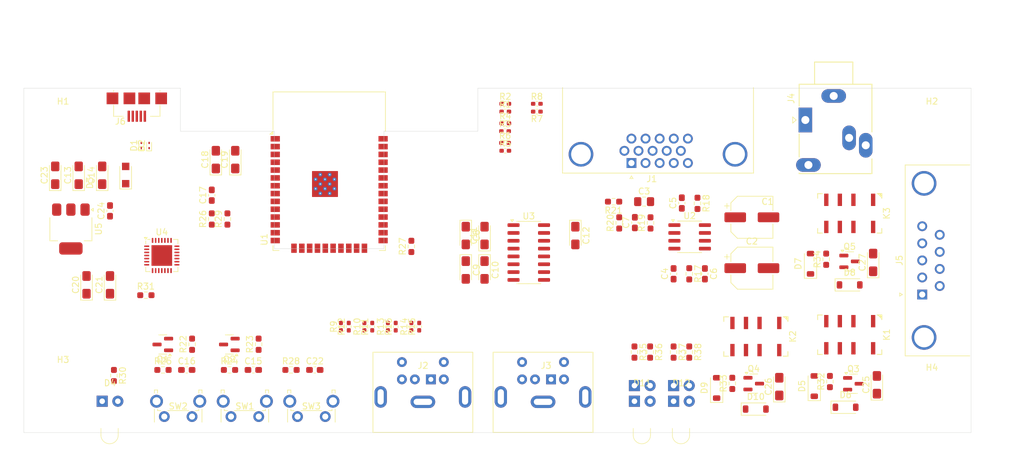
<source format=kicad_pcb>
(kicad_pcb (version 20240108) (generator "pcbnew") (generator_version "8.0")
  (layers (0 "F.Cu" signal) (1 "In1.Cu" signal) (2 "In2.Cu" signal) (31 "B.Cu" signal) (34 "B.Paste" user) (35 "F.Paste" user) (36 "B.SilkS" user "B.Silkscreen") (37 "F.SilkS" user "F.Silkscreen") (38 "B.Mask" user) (39 "F.Mask" user) (44 "Edge.Cuts" user))
  (net 0 "")
  (net 1 "Net-(C1-Pad2)")
  (net 2 "Net-(C1-Pad1)")
  (net 3 "+5V")
  (net 4 "GND")
  (net 5 "Net-(U2--)")
  (net 6 "Net-(C3-Pad1)")
  (net 7 "Net-(C4-Pad1)")
  (net 8 "Net-(C5-Pad2)")
  (net 9 "Net-(C5-Pad1)")
  (net 10 "Net-(U2-BYPASS)")
  (net 11 "Net-(U3-C1+)")
  (net 12 "Net-(U3-C1-)")
  (net 13 "Net-(U3-C2-)")
  (net 14 "Net-(U3-C2+)")
  (net 15 "Net-(U3-V-)")
  (net 16 "Net-(U3-V+)")
  (net 17 "+3V3")
  (net 18 "Net-(C15-Pad1)")
  (net 19 "Net-(C16-Pad1)")
  (net 20 "EN")
  (net 21 "Net-(C22-Pad1)")
  (net 22 "Net-(D5-K)")
  (net 23 "RX_TX_REV_RLY_+")
  (net 24 "RTS_CTS_REV_RLY_+")
  (net 25 "Net-(D9-K)")
  (net 26 "RTS_OR_DTR_RLY_+")
  (net 27 "Net-(D7-K)")
  (net 28 "Net-(D1-A2)")
  (net 29 "Net-(D2-A2)")
  (net 30 "Net-(D3-A)")
  (net 31 "Net-(D4-A)")
  (net 32 "REVERSE_RX_TX")
  (net 33 "Net-(D6-K)")
  (net 34 "RX_TX_REV_RLY_-")
  (net 35 "RTS_CTS_OR_DTR_DSR")
  (net 36 "Net-(D8-K)")
  (net 37 "RTS_OR_DTR_RLY_-")
  (net 38 "REVERSE_RTS_CTS_DTR_DSR")
  (net 39 "RTS_CTS_REV_RLY_-")
  (net 40 "Net-(D10-K)")
  (net 41 "Net-(J1-Pad1)")
  (net 43 "Net-(J1-Pad13)")
  (net 45 "Net-(J1-Pad2)")
  (net 48 "Net-(J1-Pad14)")
  (net 49 "Net-(J1-Pad3)")
  (net 51 "Net-(J2-Pad5)")
  (net 52 "Net-(J2-Pad1)")
  (net 55 "Net-(J3-Pad1)")
  (net 56 "Net-(J3-Pad5)")
  (net 62 "/_DSR")
  (net 64 "/_RTS")
  (net 65 "/_RXD")
  (net 66 "/_CTS")
  (net 67 "/_TXD")
  (net 68 "/_DTR")
  (net 70 "/TxD")
  (net 71 "/RxD")
  (net 72 "/_RTS_DTR")
  (net 73 "/_CTS_DSR")
  (net 74 "/CTS")
  (net 75 "/RTS")
  (net 76 "Net-(Q1-B)")
  (net 77 "Net-(Q1-E)")
  (net 78 "Net-(Q2-B)")
  (net 79 "Net-(Q2-E)")
  (net 80 "IO0")
  (net 81 "VGA_RED_0")
  (net 82 "VGA_RED_1")
  (net 83 "VGA_GRN_0")
  (net 84 "VGA_GRN_1")
  (net 85 "VGA_BLU_0")
  (net 86 "VGA_BLU_1")
  (net 87 "VGA_HSYNC")
  (net 88 "VGA_VSYNC")
  (net 89 "KBCLK")
  (net 90 "KBDAT")
  (net 91 "MSCLK")
  (net 92 "MSDAT")
  (net 93 "AUDIO_PWM")
  (net 94 "Net-(U1-SENSOR_VN)")
  (net 95 "Net-(U4-~{RST})")
  (net 97 "TXD_2")
  (net 99 "RXD_2")
  (net 100 "RXD_0")
  (net 103 "RTS_2")
  (net 109 "CTS_2")
  (net 110 "TXD_0")
  (net 129 "Net-(D11-A1)")
  (net 130 "Net-(D11-A2)")
  (net 131 "Net-(D12-A2)")
  (net 132 "Net-(D12-A1)")
  (footprint "Resistor_SMD:R_0603_1608Metric_Pad0.98x0.95mm_HandSolder" (layer "F.Cu") (at 70.0075 76.2)
    (property "Reference" "R28" (at 0 -1.43 0) (layer "F.SilkS"))
    (property "Value" "470")
    (pad "1" smd roundrect (at -0.9125 0) (size 0.975 0.95) (layers "F.Cu" "F.Paste" "F.Mask") (net 94 "Net-(U1-SENSOR_VN)"))
    (pad "2" smd roundrect (at 0.9125 0) (size 0.975 0.95) (layers "F.Cu" "F.Paste" "F.Mask") (net 21 "Net-(C22-Pad1)"))
  )
  (footprint "MountingHole:MountingHole_3.2mm_M3" (layer "F.Cu") (at 173.99 80.01)
    (property "Reference" "H4" (at 0 -4.2 0) (layer "F.SilkS"))
    (property "Value" "MountingHole")
    (pad "" np_thru_hole circle (at 0 0) (size 3.2 3.2) (drill 3.2) (layers "*.Cu" "*.Mask"))
  )
  (footprint "Resistor_SMD:R_0402_1005Metric_Pad0.72x0.64mm_HandSolder" (layer "F.Cu") (at 104.775 33.02)
    (property "Reference" "R2" (at 0 -1.17 0) (layer "F.SilkS"))
    (property "Value" "390")
    (pad "1" smd roundrect (at -0.5975 0) (size 0.715 0.64) (layers "F.Cu" "F.Paste" "F.Mask") (net 82 "VGA_RED_1"))
    (pad "2" smd roundrect (at 0.5975 0) (size 0.715 0.64) (layers "F.Cu" "F.Paste" "F.Mask") (net 41 "Net-(J1-Pad1)"))
  )
  (footprint "Resistor_SMD:R_0603_1608Metric_Pad0.98x0.95mm_HandSolder" (layer "F.Cu") (at 57.15 51.7125 90)
    (property "Reference" "R26" (at 0 -1.43 90) (layer "F.SilkS"))
    (property "Value" "12K")
    (pad "1" smd roundrect (at -0.9125 0 90) (size 0.975 0.95) (layers "F.Cu" "F.Paste" "F.Mask") (net 17 "+3V3"))
    (pad "2" smd roundrect (at 0.9125 0 90) (size 0.975 0.95) (layers "F.Cu" "F.Paste" "F.Mask") (net 20 "EN"))
  )
  (footprint "Resistor_SMD:R_0603_1608Metric_Pad0.98x0.95mm_HandSolder" (layer "F.Cu") (at 141.605 78.3825 90)
    (property "Reference" "R33" (at 0 -1.43 90) (layer "F.SilkS"))
    (property "Value" "470")
    (pad "1" smd roundrect (at -0.9125 0 90) (size 0.975 0.95) (layers "F.Cu" "F.Paste" "F.Mask") (net 25 "Net-(D9-K)"))
    (pad "2" smd roundrect (at 0.9125 0 90) (size 0.975 0.95) (layers "F.Cu" "F.Paste" "F.Mask") (net 40 "Net-(D10-K)"))
  )
  (footprint "MountingHole:MountingHole_3.2mm_M3" (layer "F.Cu") (at 33.02 36.83)
    (property "Reference" "H1" (at 0 -4.2 0) (layer "F.SilkS"))
    (property "Value" "MountingHole")
    (pad "" np_thru_hole circle (at 0 0) (size 3.2 3.2) (drill 3.2) (layers "*.Cu" "*.Mask"))
  )
  (footprint "Resistor_SMD:R_0603_1608Metric_Pad0.98x0.95mm_HandSolder" (layer "F.Cu") (at 135.955 49.1725 -90)
    (property "Reference" "R18" (at 0 -1.43 90) (layer "F.SilkS"))
    (property "Value" "10K")
    (pad "1" smd roundrect (at -0.9125 0 270) (size 0.975 0.95) (layers "F.Cu" "F.Paste" "F.Mask") (net 8 "Net-(C5-Pad2)"))
    (pad "2" smd roundrect (at 0.9125 0 270) (size 0.975 0.95) (layers "F.Cu" "F.Paste" "F.Mask") (net 2 "Net-(C1-Pad1)"))
  )
  (footprint "Diode_SMD:D_SOD-923" (layer "F.Cu") (at 45.72 39.79 90)
    (property "Reference" "D1" (at 0 -1.2 90) (layer "F.SilkS"))
    (property "Value" "ESD9B5.0ST5G")
    (pad "1" smd roundrect (at -0.42 0 270) (size 0.36 0.25) (layers "F.Cu" "F.Paste" "F.Mask") (net 4 "GND"))
    (pad "2" smd roundrect (at 0.42 0 270) (size 0.36 0.25) (layers "F.Cu" "F.Paste" "F.Mask") (net 28 "Net-(D1-A2)"))
  )
  (footprint "Diode_SMD:D_SOD-123" (layer "F.Cu") (at 154.295 58.9725 90)
    (property "Reference" "D7" (at 0 -2 90) (layer "F.SilkS"))
    (property "Value" "BAT43W-V")
    (pad "1" smd roundrect (at -1.65 0 90) (size 0.9 1.2) (layers "F.Cu" "F.Paste" "F.Mask") (net 27 "Net-(D7-K)"))
    (pad "2" smd roundrect (at 1.65 0 90) (size 0.9 1.2) (layers "F.Cu" "F.Paste" "F.Mask") (net 35 "RTS_CTS_OR_DTR_DSR"))
  )
  (footprint "Diode_SMD:D_SOD-123" (layer "F.Cu") (at 145.415 82.55)
    (property "Reference" "D10" (at 0 -2 0) (layer "F.SilkS"))
    (property "Value" "BAT43W-V")
    (pad "1" smd roundrect (at -1.65 0) (size 0.9 1.2) (layers "F.Cu" "F.Paste" "F.Mask") (net 40 "Net-(D10-K)"))
    (pad "2" smd roundrect (at 1.65 0) (size 0.9 1.2) (layers "F.Cu" "F.Paste" "F.Mask") (net 39 "RTS_CTS_REV_RLY_-"))
  )
  (footprint "Relay_SMD:Relay_DPDT_AXICOM_IMSeries_JLeg" (layer "F.Cu") (at 160.655 70.485 -90)
    (property "Reference" "K1" (at 0 -6 90) (layer "F.SilkS"))
    (property "Value" "IM41 3V")
    (pad "1" smd rect (at -2.2 -3.8 270) (size 2 0.7) (layers "F.Cu" "F.Paste" "F.Mask") (net 23 "RX_TX_REV_RLY_+"))
    (pad "2" smd rect (at -2.2 -0.6 270) (size 2 0.7) (layers "F.Cu" "F.Paste" "F.Mask") (net 65 "/_RXD"))
    (pad "3" smd rect (at -2.2 1.6 270) (size 2 0.7) (layers "F.Cu" "F.Paste" "F.Mask") (net 71 "/RxD"))
    (pad "4" smd rect (at -2.2 3.8 270) (size 2 0.7) (layers "F.Cu" "F.Paste" "F.Mask") (net 67 "/_TXD"))
    (pad "5" smd rect (at 2.2 3.8 270) (size 2 0.7) (layers "F.Cu" "F.Paste" "F.Mask") (net 65 "/_RXD"))
    (pad "6" smd rect (at 2.2 1.6 270) (size 2 0.7) (layers "F.Cu" "F.Paste" "F.Mask") (net 70 "/TxD"))
    (pad "7" smd rect (at 2.2 -0.6 270) (size 2 0.7) (layers "F.Cu" "F.Paste" "F.Mask") (net 67 "/_TXD"))
    (pad "8" smd rect (at 2.2 -3.8 270) (size 2 0.7) (layers "F.Cu" "F.Paste" "F.Mask") (net 34 "RX_TX_REV_RLY_-"))
  )
  (footprint "Button_Switch_THT:SW_Tactile_SPST_Angled_PTS645Vx58-2LFS" (layer "F.Cu") (at 53.95 83.77 180)
    (property "Reference" "SW2" (at 2.25 1.68 0) (layer "F.SilkS"))
    (property "Value" "RESET")
    (pad "" thru_hole circle (at -1.25 2.49 180) (size 2.1 2.1) (drill 1.3) (layers "*.Cu" "*.Mask"))
    (pad "" thru_hole circle (at 5.76 2.49 180) (size 2.1 2.1) (drill 1.3) (layers "*.Cu" "*.Mask"))
    (pad "1" thru_hole circle (at 0 0 180) (size 1.75 1.75) (drill 0.99) (layers "*.Cu" "*.Mask") (net 4 "GND"))
    (pad "2" thru_hole circle (at 4.5 0 180) (size 1.75 1.75) (drill 0.99) (layers "*.Cu" "*.Mask") (net 19 "Net-(C16-Pad1)"))
  )
  (footprint "Resistor_SMD:R_0603_1608Metric_Pad0.98x0.95mm_HandSolder" (layer "F.Cu") (at 134.62 60.6025 -90)
    (property "Reference" "R17" (at 0 -1.43 90) (layer "F.SilkS"))
    (property "Value" "10")
    (pad "1" smd roundrect (at -0.9125 0 270) (size 0.975 0.95) (layers "F.Cu" "F.Paste" "F.Mask") (net 2 "Net-(C1-Pad1)"))
    (pad "2" smd roundrect (at 0.9125 0 270) (size 0.975 0.95) (layers "F.Cu" "F.Paste" "F.Mask") (net 7 "Net-(C4-Pad1)"))
  )
  (footprint "RF_Module:ESP32-WROOM-32" (layer "F.Cu") (at 76.2 46.945)
    (property "Reference" "U1" (at -10.528 8.095 90) (layer "F.SilkS"))
    (property "Value" "ESP32-WROOM-32")
    (pad "1" smd rect (at -8.75 -8.25) (size 1.5 0.9) (layers "F.Cu" "F.Paste" "F.Mask") (net 4 "GND"))
    (pad "2" smd rect (at -8.75 -6.98) (size 1.5 0.9) (layers "F.Cu" "F.Paste" "F.Mask") (net 17 "+3V3"))
    (pad "3" smd rect (at -8.75 -5.71) (size 1.5 0.9) (layers "F.Cu" "F.Paste" "F.Mask") (net 20 "EN"))
    (pad "4" smd rect (at -8.75 -4.44) (size 1.5 0.9) (layers "F.Cu" "F.Paste" "F.Mask"))
    (pad "5" smd rect (at -8.75 -3.17) (size 1.5 0.9) (layers "F.Cu" "F.Paste" "F.Mask") (net 94 "Net-(U1-SENSOR_VN)"))
    (pad "6" smd rect (at -8.75 -1.9) (size 1.5 0.9) (layers "F.Cu" "F.Paste" "F.Mask") (net 99 "RXD_2"))
    (pad "7" smd rect (at -8.75 -0.63) (size 1.5 0.9) (layers "F.Cu" "F.Paste" "F.Mask") (net 109 "CTS_2"))
    (pad "8" smd rect (at -8.75 0.64) (size 1.5 0.9) (layers "F.Cu" "F.Paste" "F.Mask") (net 90 "KBDAT"))
    (pad "9" smd rect (at -8.75 1.91) (size 1.5 0.9) (layers "F.Cu" "F.Paste" "F.Mask") (net 89 "KBCLK"))
    (pad "10" smd rect (at -8.75 3.18) (size 1.5 0.9) (layers "F.Cu" "F.Paste" "F.Mask") (net 93 "AUDIO_PWM"))
    (pad "11" smd rect (at -8.75 4.45) (size 1.5 0.9) (layers "F.Cu" "F.Paste" "F.Mask") (net 91 "MSCLK"))
    (pad "12" smd rect (at -8.75 5.72) (size 1.5 0.9) (layers "F.Cu" "F.Paste" "F.Mask") (net 92 "MSDAT"))
    (pad "13" smd rect (at -8.75 6.99) (size 1.5 0.9) (layers "F.Cu" "F.Paste" "F.Mask"))
    (pad "14" smd rect (at -8.75 8.26) (size 1.5 0.9) (layers "F.Cu" "F.Paste" "F.Mask") (net 32 "REVERSE_RX_TX"))
    (pad "15" smd rect (at -5.71 9.51 90) (size 1.5 0.9) (layers "F.Cu" "F.Paste" "F.Mask") (net 4 "GND"))
    (pad "16" smd rect (at -4.44 9.51 90) (size 1.5 0.9) (layers "F.Cu" "F.Paste" "F.Mask") (net 103 "RTS_2"))
    (pad "17" smd rect (at -3.17 9.51 90) (size 1.5 0.9) (layers "F.Cu" "F.Paste" "F.Mask"))
    (pad "18" smd rect (at -1.9 9.51 90) (size 1.5 0.9) (layers "F.Cu" "F.Paste" "F.Mask"))
    (pad "19" smd rect (at -0.63 9.51 90) (size 1.5 0.9) (layers "F.Cu" "F.Paste" "F.Mask"))
    (pad "20" smd rect (at 0.64 9.51 90) (size 1.5 0.9) (layers "F.Cu" "F.Paste" "F.Mask"))
    (pad "21" smd rect (at 1.91 9.51 90) (size 1.5 0.9) (layers "F.Cu" "F.Paste" "F.Mask"))
    (pad "22" smd rect (at 3.18 9.51 90) (size 1.5 0.9) (layers "F.Cu" "F.Paste" "F.Mask"))
    (pad "23" smd rect (at 4.45 9.51 90) (size 1.5 0.9) (layers "F.Cu" "F.Paste" "F.Mask") (net 88 "VGA_VSYNC"))
    (pad "24" smd rect (at 5.72 9.51 90) (size 1.5 0.9) (layers "F.Cu" "F.Paste" "F.Mask") (net 97 "TXD_2"))
    (pad "25" smd rect (at 8.75 8.26) (size 1.5 0.9) (layers "F.Cu" "F.Paste" "F.Mask") (net 80 "IO0"))
    (pad "26" smd rect (at 8.75 6.99) (size 1.5 0.9) (layers "F.Cu" "F.Paste" "F.Mask") (net 85 "VGA_BLU_0"))
    (pad "27" smd rect (at 8.75 5.72) (size 1.5 0.9) (layers "F.Cu" "F.Paste" "F.Mask") (net 35 "RTS_CTS_OR_DTR_DSR"))
    (pad "28" smd rect (at 8.75 4.45) (size 1.5 0.9) (layers "F.Cu" "F.Paste" "F.Mask") (net 38 "REVERSE_RTS_CTS_DTR_DSR"))
    (pad "29" smd rect (at 8.75 3.18) (size 1.5 0.9) (layers "F.Cu" "F.Paste" "F.Mask") (net 86 "VGA_BLU_1"))
    (pad "30" smd rect (at 8.75 1.91) (size 1.5 0.9) (layers "F.Cu" "F.Paste" "F.Mask") (net 83 "VGA_GRN_0"))
    (pad "31" smd rect (at 8.75 0.64) (size 1.5 0.9) (layers "F.Cu" "F.Paste" "F.Mask") (net 84 "VGA_GRN_1"))
    (pad "32" smd rect (at 8.75 -0.63) (size 1.5 0.9) (layers "F.Cu" "F.Paste" "F.Mask"))
    (pad "33" smd rect (at 8.75 -1.9) (size 1.5 0.9) (layers "F.Cu" "F.Paste" "F.Mask") (net 81 "VGA_RED_0"))
    (pad "34" smd rect (at 8.75 -3.17) (size 1.5 0.9) (layers "F.Cu" "F.Paste" "F.Mask") (net 100 "RXD_0"))
    (pad "35" smd rect (at 8.75 -4.44) (size 1.5 0.9) (layers "F.Cu" "F.Paste" "F.Mask") (net 110 "TXD_0"))
    (pad "36" smd rect (at 8.75 -5.71) (size 1.5 0.9) (layers "F.Cu" "F.Paste" "F.Mask") (net 82 "VGA_RED_1"))
    (pad "37" smd rect (at 8.75 -6.98) (size 1.5 0.9) (layers "F.Cu" "F.Paste" "F.Mask") (net 87 "VGA_HSYNC"))
    (pad "38" smd rect (at 8.75 -8.25) (size 1.5 0.9) (layers "F.Cu" "F.Paste" "F.Mask") (net 4 "GND"))
    (pad "39" smd rect (at -2.205 -2.435) (size 1.05 1.05) (layers "F.Cu" "F.Paste") (net 4 "GND"))
    (pad "39" thru_hole circle (at -2.205 -1.6725) (size 0.6 0.6) (drill 0.2) (property pad_prop_heatsink) (layers "*.Cu" "F.Mask") (net 4 "GND"))
    (pad "39" smd rect (at -2.205 -0.91) (size 1.05 1.05) (layers "F.Cu" "F.Paste") (net 4 "GND"))
    (pad "39" thru_hole circle (at -2.205 -0.1475) (size 0.6 0.6) (drill 0.2) (property pad_prop_heatsink) (layers "*.Cu" "F.Mask") (net 4 "GND"))
    (pad "39" smd rect (at -2.205 0.615) (size 1.05 1.05) (layers "F.Cu" "F.Paste") (net 4 "GND"))
    (pad "39" thru_hole circle (at -1.4425 -2.435) (size 0.6 0.6) (drill 0.2) (property pad_prop_heatsink) (layers "*.Cu" "F.Mask") (net 4 "GND"))
    (pad "39" thru_hole circle (at -1.4425 -0.91) (size 0.6 0.6) (drill 0.2) (property pad_prop_heatsink) (layers "*.Cu" "F.Mask") (net 4 "GND"))
    (pad "39" thru_hole circle (at -1.4425 0.615) (size 0.6 0.6) (drill 0.2) (property pad_prop_heatsink) (layers "*.Cu" "F.Mask") (net 4 "GND"))
    (pad "39" smd rect (at -0.68 -2.435) (size 1.05 1.05) (layers "F.Cu" "F.Paste") (net 4 "GND"))
    (pad "39" thru_hole circle (at -0.68 -1.6725) (size 0.6 0.6) (drill 0.2) (property pad_prop_heatsink) (layers "*.Cu" "F.Mask") (net 4 "GND"))
    (pad "39" smd rect (at -0.68 -0.91) (size 1.05 1.05) (layers "F.Cu" "F.Paste") (net 4 "GND"))
    (pad "39" smd rect (at -0.68 -0.91) (size 4.2 4.2) (layers "F.Cu" "F.Mask") (net 4 "GND"))
    (pad "39" thru_hole circle (at -0.68 -0.1475) (size 0.6 0.6) (drill 0.2) (property pad_prop_heatsink) (layers "*.Cu" "F.Mask") (net 4 "GND"))
    (pad "39" smd rect (at -0.68 0.615) (size 1.05 1.05) (layers "F.Cu" "F.Paste") (net 4 "GND"))
    (pad "39" thru_hole circle (at 0.0825 -2.435) (size 0.6 0.6) (drill 0.2) (property pad_prop_heatsink) (layers "*.Cu" "F.Mask") (net 4 "GND"))
    (pad "39" thru_hole circle (at 0.0825 -0.91) (size 0.6 0.6) (drill 0.2) (property pad_prop_heatsink) (layers "*.Cu" "F.Mask") (net 4 "GND"))
    (pad "39" thru_hole circle (at 0.0825 0.615) (size 0.6 0.6) (drill 0.2) (property pad_prop_heatsink) (layers "*.Cu" "F.Mask") (net 4 "GND"))
    (pad "39" smd rect (at 0.845 -2.435) (size 1.05 1.05) (layers "F.Cu" "F.Paste") (net 4 "GND"))
    (pad "39" thru_hole circle (at 0.845 -1.6725) (size 0.6 0.6) (drill 0.2) (property pad_prop_heatsink) (layers "*.Cu" "F.Mask") (net 4 "GND"))
    (pad "39" smd rect (at 0.845 -0.91) (size 1.05 1.05) (layers "F.Cu" "F.Paste") (net 4 "GND"))
    (pad "39" thru_hole circle (at 0.845 -0.1475) (size 0.6 0.6) (drill 0.2) (property pad_prop_heatsink) (layers "*.Cu" "F.Mask") (net 4 "GND"))
    (pad "39" smd rect (at 0.845 0.615) (size 1.05 1.05) (layers "F.Cu" "F.Paste") (net 4 "GND"))
  )
  (footprint "Resistor_SMD:R_0402_1005Metric_Pad0.72x0.64mm_HandSolder" (layer "F.Cu") (at 89.535 69.1775 90)
    (property "Reference" "R14" (at 0 -1.17 90) (layer "F.SilkS"))
    (property "Value" "2K2")
    (pad "1" smd roundrect (at -0.5975 0 90) (size 0.715 0.64) (layers "F.Cu" "F.Paste" "F.Mask") (net 56 "Net-(J3-Pad5)"))
    (pad "2" smd roundrect (at 0.5975 0 90) (size 0.715 0.64) (layers "F.Cu" "F.Paste" "F.Mask") (net 17 "+3V3"))
  )
  (footprint "Button_Switch_THT:SW_Tactile_SPST_Angled_PTS645Vx58-2LFS" (layer "F.Cu") (at 64.77 83.77 180)
    (property "Reference" "SW1" (at 2.25 1.68 0) (layer "F.SilkS"))
    (property "Value" "IO0")
    (pad "" thru_hole circle (at -1.25 2.49 180) (size 2.1 2.1) (drill 1.3) (layers "*.Cu" "*.Mask"))
    (pad "" thru_hole circle (at 5.76 2.49 180) (size 2.1 2.1) (drill 1.3) (layers "*.Cu" "*.Mask"))
    (pad "1" thru_hole circle (at 0 0 180) (size 1.75 1.75) (drill 0.99) (layers "*.Cu" "*.Mask") (net 4 "GND"))
    (pad "2" thru_hole circle (at 4.5 0 180) (size 1.75 1.75) (drill 0.99) (layers "*.Cu" "*.Mask") (net 18 "Net-(C15-Pad1)"))
  )
  (footprint "Resistor_SMD:R_0603_1608Metric_Pad0.98x0.95mm_HandSolder" (layer "F.Cu") (at 156.835 58.235 90)
    (property "Reference" "R34" (at 0 -1.43 90) (layer "F.SilkS"))
    (property "Value" "470")
    (pad "1" smd roundrect (at -0.9125 0 90) (size 0.975 0.95) (layers "F.Cu" "F.Paste" "F.Mask") (net 27 "Net-(D7-K)"))
    (pad "2" smd roundrect (at 0.9125 0 90) (size 0.975 0.95) (layers "F.Cu" "F.Paste" "F.Mask") (net 36 "Net-(D8-K)"))
  )
  (footprint "Capacitor_SMD:C_0603_1608Metric_Pad1.08x0.95mm_HandSolder" (layer "F.Cu") (at 137.16 60.6025 -90)
    (property "Reference" "C6" (at 0 -1.43 90) (layer "F.SilkS"))
    (property "Value" "100n")
    (pad "1" smd roundrect (at -0.8625 0 270) (size 1.075 0.95) (layers "F.Cu" "F.Paste" "F.Mask") (net 10 "Net-(U2-BYPASS)"))
    (pad "2" smd roundrect (at 0.8625 0 270) (size 1.075 0.95) (layers "F.Cu" "F.Paste" "F.Mask") (net 4 "GND"))
  )
  (footprint "Custom_Footprints:Connector_Mini-DIN_Female_6Pin_2rows" (layer "F.Cu") (at 92.7 77.73)
    (property "Reference" "J2" (at -1.27 -2.23 0) (layer "F.SilkS"))
    (property "Value" "Keyboard")
    (pad "1" thru_hole rect (at 0 0) (size 1.6 1.6) (drill 0.8) (layers "*.Cu" "*.Mask") (net 52 "Net-(J2-Pad1)"))
    (pad "2" thru_hole circle (at -2.6 0) (size 1.6 1.6) (drill 0.8) (layers "*.Cu" "*.Mask"))
    (pad "3" thru_hole circle (at 2.1 0) (size 1.6 1.6) (drill 0.8) (layers "*.Cu" "*.Mask") (net 4 "GND"))
    (pad "4" thru_hole circle (at -4.7 0) (size 1.6 1.6) (drill 0.8) (layers "*.Cu" "*.Mask") (net 3 "+5V"))
    (pad "5" thru_hole circle (at 2.1 -2.8) (size 1.6 1.6) (drill 0.8) (layers "*.Cu" "*.Mask") (net 51 "Net-(J2-Pad5)"))
    (pad "6" thru_hole circle (at -4.7 -2.8) (size 1.6 1.6) (drill 0.8) (layers "*.Cu" "*.Mask"))
    (pad "7" thru_hole oval (at -8.15 2.85) (size 2 3.5) (drill oval 1 2.5) (layers "*.Cu" "*.Mask"))
    (pad "7" thru_hole oval (at -1.3 3.65) (size 4 2) (drill oval 3 1) (layers "*.Cu" "*.Mask"))
    (pad "7" thru_hole oval (at 5.55 2.85) (size 2 3.5) (drill oval 1 2.5) (layers "*.Cu" "*.Mask"))
  )
  (footprint "Capacitor_Tantalum_SMD:CP_EIA-3216-18_Kemet-A_Pad1.58x1.35mm_HandSolder" (layer "F.Cu") (at 165.065 78.6125 90)
    (property "Reference" "C25" (at 0 -1.75 90) (layer "F.SilkS"))
    (property "Value" "220u")
    (pad "1" smd roundrect (at -1.4375 0 90) (size 1.575 1.35) (layers "F.Cu" "F.Paste" "F.Mask") (roundrect_rratio 0.185185) (net 22 "Net-(D5-K)"))
    (pad "2" smd roundrect (at 1.4375 0 90) (size 1.575 1.35) (layers "F.Cu" "F.Paste" "F.Mask") (roundrect_rratio 0.185185) (net 23 "RX_TX_REV_RLY_+"))
  )
  (footprint "Resistor_SMD:R_0402_1005Metric_Pad0.72x0.64mm_HandSolder" (layer "F.Cu") (at 104.775 36.195)
    (property "Reference" "R4" (at 0 -1.17 0) (layer "F.SilkS"))
    (property "Value" "390")
    (pad "1" smd roundrect (at -0.5975 0) (size 0.715 0.64) (layers "F.Cu" "F.Paste" "F.Mask") (net 84 "VGA_GRN_1"))
    (pad "2" smd roundrect (at 0.5975 0) (size 0.715 0.64) (layers "F.Cu" "F.Paste" "F.Mask") (net 45 "Net-(J1-Pad2)"))
  )
  (footprint "Diode_SMD:D_SOD-123" (layer "F.Cu") (at 154.905 78.825 90)
    (property "Reference" "D5" (at 0 -2 90) (layer "F.SilkS"))
    (property "Value" "BAT43W-V")
    (pad "1" smd roundrect (at -1.65 0 90) (size 0.9 1.2) (layers "F.Cu" "F.Paste" "F.Mask") (net 22 "Net-(D5-K)"))
    (pad "2" smd roundrect (at 1.65 0 90) (size 0.9 1.2) (layers "F.Cu" "F.Paste" "F.Mask") (net 32 "REVERSE_RX_TX"))
  )
  (footprint "Resistor_SMD:R_0603_1608Metric_Pad0.98x0.95mm_HandSolder" (layer "F.Cu") (at 157.445 78.0875 90)
    (property "Reference" "R32" (at 0 -1.43 90) (layer "F.SilkS"))
    (property "Value" "470")
    (pad "1" smd roundrect (at -0.9125 0 90) (size 0.975 0.95) (layers "F.Cu" "F.Paste" "F.Mask") (net 22 "Net-(D5-K)"))
    (pad "2" smd roundrect (at 0.9125 0 90) (size 0.975 0.95) (layers "F.Cu" "F.Paste" "F.Mask") (net 33 "Net-(D6-K)"))
  )
  (footprint "Capacitor_Tantalum_SMD:CP_EIA-3216-18_Kemet-A_Pad1.58x1.35mm_HandSolder" (layer "F.Cu") (at 149.225 78.9075 90)
    (property "Reference" "C26" (at 0 -1.75 90) (layer "F.SilkS"))
    (property "Value" "220u")
    (pad "1" smd roundrect (at -1.4375 0 90) (size 1.575 1.35) (layers "F.Cu" "F.Paste" "F.Mask") (roundrect_rratio 0.185185) (net 25 "Net-(D9-K)"))
    (pad "2" smd roundrect (at 1.4375 0 90) (size 1.575 1.35) (layers "F.Cu" "F.Paste" "F.Mask") (roundrect_rratio 0.185185) (net 24 "RTS_CTS_REV_RLY_+"))
  )
  (footprint "Diode_SMD:D_SOD-123" (layer "F.Cu") (at 139.065 79.12 90)
    (property "Reference" "D9" (at 0 -2 90) (layer "F.SilkS"))
    (property "Value" "BAT43W-V")
    (pad "1" smd roundrect (at -1.65 0 90) (size 0.9 1.2) (layers "F.Cu" "F.Paste" "F.Mask") (net 25 "Net-(D9-K)"))
    (pad "2" smd roundrect (at 1.65 0 90) (size 0.9 1.2) (layers "F.Cu" "F.Paste" "F.Mask") (net 38 "REVERSE_RTS_CTS_DTR_DSR"))
  )
  (footprint "LED_THT:DIALIGHT_LED_3MM_DOUBLE" (layer "F.Cu") (at 125.73 81.28)
    (property "Reference" "D11" (at 1.27 -2.96 0) (layer "F.SilkS"))
    (property "Value" "LED Dual Low Power 2mA")
    (pad "1" thru_hole rect (at 0 -2.54) (size 1.8 1.8) (drill 0.9) (layers "*.Cu" "*.Mask") (net 129 "Net-(D11-A1)"))
    (pad "2" thru_hole circle (at 2.54 -2.54) (size 1.8 1.8) (drill 0.9) (layers "*.Cu" "*.Mask") (net 4 "GND"))
    (pad "3" thru_hole rect (at 0 0) (size 1.8 1.8) (drill 0.9) (layers "*.Cu" "*.Mask") (net 130 "Net-(D11-A2)"))
    (pad "4" thru_hole circle (at 2.54 0) (size 1.8 1.8) (drill 0.9) (layers "*.Cu" "*.Mask") (net 4 "GND"))
  )
  (footprint "Resistor_SMD:R_0603_1608Metric_Pad0.98x0.95mm_HandSolder" (layer "F.Cu") (at 134.62 73.3025 -90)
    (property "Reference" "R38" (at 0 -1.43 90) (layer "F.SilkS"))
    (property "Value" "2K")
    (pad "1" smd roundrect (at -0.9125 0 270) (size 0.975 0.95) (layers "F.Cu" "F.Paste" "F.Mask") (net 109 "CTS_2"))
    (pad "2" smd roundrect (at 0.9125 0 270) (size 0.975 0.95) (layers "F.Cu" "F.Paste" "F.Mask") (net 132 "Net-(D12-A1)"))
  )
  (footprint "Package_SO:SOIC-8_3.9x4.9mm_P1.27mm" (layer "F.Cu") (at 134.685 54.61)
    (property "Reference" "U2" (at 0 -3.4 0) (layer "F.SilkS"))
    (property "Value" "LM386")
    (pad "1" smd roundrect (at -2.475 -1.905) (size 1.95 0.6) (layers "F.Cu" "F.Paste" "F.Mask") (net 9 "Net-(C5-Pad1)"))
    (pad "2" smd roundrect (at -2.475 -0.635) (size 1.95 0.6) (layers "F.Cu" "F.Paste" "F.Mask") (net 5 "Net-(U2--)"))
    (pad "3" smd roundrect (at -2.475 0.635) (size 1.95 0.6) (layers "F.Cu" "F.Paste" "F.Mask") (net 4 "GND"))
    (pad "4" smd roundrect (at -2.475 1.905) (size 1.95 0.6) (layers "F.Cu" "F.Paste" "F.Mask") (net 4 "GND"))
    (pad "5" smd roundrect (at 2.475 1.905) (size 1.95 0.6) (layers "F.Cu" "F.Paste" "F.Mask") (net 2 "Net-(C1-Pad1)"))
    (pad "6" smd roundrect (at 2.475 0.635) (size 1.95 0.6) (layers "F.Cu" "F.Paste" "F.Mask") (net 3 "+5V"))
    (pad "7" smd roundrect (at 2.475 -0.635) (size 1.95 0.6) (layers "F.Cu" "F.Paste" "F.Mask") (net 10 "Net-(U2-BYPASS)"))
    (pad "8" smd roundrect (at 2.475 -1.905) (size 1.95 0.6) (layers "F.Cu" "F.Paste" "F.Mask"))
  )
  (footprint "Resistor_SMD:R_0402_1005Metric_Pad0.72x0.64mm_HandSolder" (layer "F.Cu") (at 109.8925 33.02)
    (property "Reference" "R8" (at 0 -1.17 0) (layer "F.SilkS"))
    (property "Value" "220")
    (pad "1" smd roundrect (at -0.5975 0) (size 0.715 0.64) (layers "F.Cu" "F.Paste" "F.Mask") (net 48 "Net-(J1-Pad14)"))
    (pad "2" smd roundrect (at 0.5975 0) (size 0.715 0.64) (layers "F.Cu" "F.Paste" "F.Mask") (net 88 "VGA_VSYNC"))
  )
  (footprint "Capacitor_SMD:C_0603_1608Metric_Pad1.08x0.95mm_HandSolder" (layer "F.Cu") (at 40.64 50.3925 90)
    (property "Reference" "C24" (at 0 -1.43 90) (layer "F.SilkS"))
    (property "Value" "1n")
    (pad "1" smd roundrect (at -0.8625 0 90) (size 1.075 0.95) (layers "F.Cu" "F.Paste" "F.Mask") (net 17 "+3V3"))
    (pad "2" smd roundrect (at 0.8625 0 90) (size 1.075 0.95) (layers "F.Cu" "F.Paste" "F.Mask") (net 4 "GND"))
  )
  (footprint "Resistor_SMD:R_0402_1005Metric_Pad0.72x0.64mm_HandSolder" (layer "F.Cu") (at 79.375 69.1775 90)
    (property "Reference" "R12" (at 0 -1.17 90) (layer "F.SilkS"))
    (property "Value" "120")
    (pad "1" smd roundrect (at -0.5975 0 90) (size 0.715 0.64) (layers "F.Cu" "F.Paste" "F.Mask") (net 52 "Net-(J2-Pad1)"))
    (pad "2" smd roundrect (at 0.5975 0 90) (size 0.715 0.64) (layers "F.Cu" "F.Paste" "F.Mask") (net 90 "KBDAT"))
  )
  (footprint "SDBox-mini:USB_Micro-B_Unknown_5s_SMT" (layer "F.Cu") (at 44.99 34.44 180)
    (property "Reference" "J6" (at 2.67 -1.45 0) (layer "F.SilkS"))
    (property "Value" "USB_B_Micro" (hide yes))
    (pad "" np_thru_hole oval (at -2 0.15 180) (size 0.65 1) (drill oval 0.65 1) (layers "*.Cu" "*.Mask"))
    (pad "" np_thru_hole oval (at 2 0.15 180) (size 0.65 1) (drill oval 0.65 1) (layers "*.Cu" "*.Mask"))
    (pad "1" smd rect (at -1.3 -0.6 180) (size 0.4 1.8) (layers "F.Cu" "F.Paste" "F.Mask") (net 30 "Net-(D3-A)"))
    (pad "2" smd rect (at -0.65 -0.6 180) (size 0.4 1.8) (layers "F.Cu" "F.Paste" "F.Mask") (net 29 "Net-(D2-A2)"))
    (pad "3" smd rect (at 0 -0.6 180) (size 0.4 1.8) (layers "F.Cu" "F.Paste" "F.Mask") (net 28 "Net-(D1-A2)"))
    (pad "4" smd rect (at 0.65 -0.6 180) (size 0.4 1.8) (layers "F.Cu" "F.Paste" "F.Mask"))
    (pad "5" smd rect (at 1.3 -0.6 180) (size 0.4 1.8) (layers "F.Cu" "F.Paste" "F.Mask") (net 4 "GND"))
    (pad "6" smd rect (at -3.95 2.3 180) (size 1.9 1.9) (layers "F.Cu" "F.Paste" "F.Mask") (net 4 "GND"))
    (pad "6" smd rect (at -1.2 2.3 180) (size 1.9 1.9) (layers "F.Cu" "F.Paste" "F.Mask") (net 4 "GND"))
    (pad "6" smd rect (at 1.2 2.3 180) (size 1.9 1.9) (layers "F.Cu" "F.Paste" "F.Mask") (net 4 "GND"))
    (pad "6" smd rect (at 3.95 2.3 180) (size 1.9 1.9) (layers "F.Cu" "F.Paste" "F.Mask") (net 4 "GND"))
  )
  (footprint "Capacitor_Tantalum_SMD:CP_EIA-3216-18_Kemet-A_Pad1.58x1.35mm_HandSolder" (layer "F.Cu") (at 101.408 59.9845 -90)
    (property "Reference" "C10" (at 0 -1.75 90) (layer "F.SilkS"))
    (property "Value" "0.1u")
    (pad "1" smd roundrect (at -1.4375 0 270) (size 1.575 1.35) (layers "F.Cu" "F.Paste" "F.Mask") (roundrect_rratio 0.185185) (net 4 "GND"))
    (pad "2" smd roundrect (at 1.4375 0 270) (size 1.575 1.35) (layers "F.Cu" "F.Paste" "F.Mask") (roundrect_rratio 0.185185) (net 15 "Net-(U3-V-)"))
  )
  (footprint "Capacitor_Tantalum_SMD:CP_EIA-3216-18_Kemet-A_Pad1.58x1.35mm_HandSolder" (layer "F.Cu") (at 39.37 44.6175 90)
    (property "Reference" "C14" (at 0 -1.75 90) (layer "F.SilkS"))
    (property "Value" "0.1u/25v")
    (pad "1" smd roundrect (at -1.4375 0 90) (size 1.575 1.35) (layers "F.Cu" "F.Paste" "F.Mask") (roundrect_rratio 0.185185) (net 3 "+5V"))
    (pad "2" smd roundrect (at 1.4375 0 90) (size 1.575 1.35) (layers "F.Cu" "F.Paste" "F.Mask") (roundrect_rratio 0.185185) (net 4 "GND"))
  )
  (footprint "LED_THT:DIALIGHT_LED_3MM_DOUBLE" (layer "F.Cu") (at 132.08 81.28)
    (property "Reference" "D12" (at 1.27 -2.96 0) (layer "F.SilkS"))
    (property "Value" "LED Dual Low Power 2mA")
    (pad "1" thru_hole rect (at 0 -2.54) (size 1.8 1.8) (drill 0.9) (layers "*.Cu" "*.Mask") (net 132 "Net-(D12-A1)"))
    (pad "2" thru_hole circle (at 2.54 -2.54) (size 1.8 1.8) (drill 0.9) (layers "*.Cu" "*.Mask") (net 4 "GND"))
    (pad "3" thru_hole rect (at 0 0) (size 1.8 1.8) (drill 0.9) (layers "*.Cu" "*.Mask") (net 131 "Net-(D12-A2)"))
    (pad "4" thru_hole circle (at 2.54 0) (size 1.8 1.8) (drill 0.9) (layers "*.Cu" "*.Mask") (net 4 "GND"))
  )
  (footprint "Resistor_SMD:R_0603_1608Metric_Pad0.98x0.95mm_HandSolder" (layer "F.Cu") (at 59.69 51.7125 90)
    (property "Reference" "R29" (at 0 -1.43 90) (layer "F.SilkS"))
    (property "Value" "12K")
    (pad "1" smd roundrect (at -0.9125 0 90) (size 0.975 0.95) (layers "F.Cu" "F.Paste" "F.Mask") (net 17 "+3V3"))
    (pad "2" smd roundrect (at 0.9125 0 90) (size 0.975 0.95) (layers "F.Cu" "F.Paste" "F.Mask") (net 94 "Net-(U1-SENSOR_VN)"))
  )
  (footprint "Custom_Footprints:Connector_Mini-DIN_Female_6Pin_2rows" (layer "F.Cu") (at 112.2 77.73)
    (property "Reference" "J3" (at -0.8 -2.23 0) (layer "F.SilkS"))
    (property "Value" "Mouse")
    (pad "1" thru_hole rect (at 0 0) (size 1.6 1.6) (drill 0.8) (layers "*.Cu" "*.Mask") (net 55 "Net-(J3-Pad1)"))
    (pad "2" thru_hole circle (at -2.6 0) (size 1.6 1.6) (drill 0.8) (layers "*.Cu" "*.Mask"))
    (pad "3" thru_hole circle (at 2.1 0) (size 1.6 1.6) (drill 0.8) (layers "*.Cu" "*.Mask") (net 4 "GND"))
    (pad "4" thru_hole circle (at -4.7 0) (size 1.6 1.6) (drill 0.8) (layers "*.Cu" "*.Mask") (net 3 "+5V"))
    (pad "5" thru_hole circle (at 2.1 -2.8) (size 1.6 1.6) (drill 0.8) (layers "*.Cu" "*.Mask") (net 56 "Net-(J3-Pad5)"))
    (pad "6" thru_hole circle (at -4.7 -2.8) (size 1.6 1.6) (drill 0.8) (layers "*.Cu" "*.Mask"))
    (pad "7" thru_hole oval (at -8.15 2.85) (size 2 3.5) (drill oval 1 2.5) (layers "*.Cu" "*.Mask"))
    (pad "7" thru_hole oval (at -1.3 3.65) (size 4 2) (drill oval 3 1) (layers "*.Cu" "*.Mask"))
    (pad "7" thru_hole oval (at 5.55 2.85) (size 2 3.5) (drill oval 1 2.5) (layers "*.Cu" "*.Mask"))
  )
  (footprint "Capacitor_SMD:C_0603_1608Metric_Pad1.08x0.95mm_HandSolder" (layer "F.Cu") (at 53.0925 76.2)
    (property "Reference" "C16" (at 0 -1.43 0) (layer "F.SilkS"))
    (property "Value" "1n")
    (pad "1" smd roundrect (at -0.8625 0) (size 1.075 0.95) (layers "F.Cu" "F.Paste" "F.Mask") (net 19 "Net-(C16-Pad1)"))
    (pad "2" smd roundrect (at 0.8625 0) (size 1.075 0.95) (layers "F.Cu" "F.Paste" "F.Mask") (net 4 "GND"))
  )
  (footprint "Package_TO_SOT_SMD:SOT-223-3_TabPin2" (layer "F.Cu") (at 34.29 53.34 -90)
    (property "Reference" "U5" (at 0 -4.5 90) (layer "F.SilkS"))
    (property "Value" "NCP1117-3.3_SOT223")
    (pad "1" smd roundrect (at -3.15 -2.3 270) (size 2 1.5) (layers "F.Cu" "F.Paste" "F.Mask") (net 4 "GND"))
    (pad "2" smd roundrect (at -3.15 0 270) (size 2 1.5) (layers "F.Cu" "F.Paste" "F.Mask") (net 17 "+3V3"))
    (pad "2" smd roundrect (at 3.15 0 270) (size 2 3.8) (layers "F.Cu" "F.Paste" "F.Mask") (net 17 "+3V3"))
    (pad "3" smd roundrect (at -3.15 2.3 270) (size 2 1.5) (layers "F.Cu" "F.Paste" "F.Mask") (net 3 "+5V"))
  )
  (footprint "Capacitor_Tantalum_SMD:CP_EIA-3216-18_Kemet-A_Pad1.58x1.35mm_HandSolder" (layer "F.Cu") (at 57.81 42.0775 90)
    (property "Reference" "C18" (at 0 -1.75 90) (layer "F.SilkS"))
    (property "Value" "100u")
    (pad "1" smd roundrect (at -1.4375 0 90) (size 1.575 1.35) (layers "F.Cu" "F.Paste" "F.Mask") (roundrect_rratio 0.185185) (net 17 "+3V3"))
    (pad "2" smd roundrect (at 1.4375 0 90) (size 1.575 1.35) (layers "F.Cu" "F.Paste" "F.Mask") (roundrect_rratio 0.185185) (net 4 "GND"))
  )
  (footprint "Resistor_SMD:R_0603_1608Metric_Pad0.98x0.95mm_HandSolder" (layer "F.Cu") (at 49.2325 76.2)
    (property "Reference" "R25" (at 0 -1.43 0) (layer "F.SilkS"))
    (property "Value" "470")
    (pad "1" smd roundrect (at -0.9125 0) (size 0.975 0.95) (layers "F.Cu" "F.Paste" "F.Mask") (net 20 "EN"))
    (pad "2" smd roundrect (at 0.9125 0) (size 0.975 0.95) (layers "F.Cu" "F.Paste" "F.Mask") (net 19 "Net-(C16-Pad1)"))
  )
  (footprint "Resistor_SMD:R_0603_1608Metric_Pad0.98x0.95mm_HandSolder" (layer "F.Cu") (at 123.255 52.3475 90)
    (property "Reference" "R20" (at 0 -1.43 90) (layer "F.SilkS"))
    (property "Value" "150")
    (pad "1" smd roundrect (at -0.9125 0 90) (size 0.975 0.95) (layers "F.Cu" "F.Paste" "F.Mask") (net 4 "GND"))
    (pad "2" smd roundrect (at 0.9125 0 90) (size 0.975 0.95) (layers "F.Cu" "F.Paste" "F.Mask") (net 6 "Net-(C3-Pad1)"))
  )
  (footprint "Package_SO:SOIC-16_3.9x9.9mm_P1.27mm" (layer "F.Cu") (at 108.585 57.15)
    (property "Reference" "U3" (at 0 -5.9 0) (layer "F.SilkS"))
    (property "Value" "MAX3232E")
    (pad "1" smd roundrect (at -2.475 -4.445) (size 1.95 0.6) (layers "F.Cu" "F.Paste" "F.Mask") (net 11 "Net-(U3-C1+)"))
    (pad "2" smd roundrect (at -2.475 -3.175) (size 1.95 0.6) (layers "F.Cu" "F.Paste" "F.Mask") (net 16 "Net-(U3-V+)"))
    (pad "3" smd roundrect (at -2.475 -1.905) (size 1.95 0.6) (layers "F.Cu" "F.Paste" "F.Mask") (net 12 "Net-(U3-C1-)"))
    (pad "4" smd roundrect (at -2.475 -0.635) (size 1.95 0.6) (layers "F.Cu" "F.Paste" "F.Mask") (net 14 "Net-(U3-C2+)"))
    (pad "5" smd roundrect (at -2.475 0.635) (size 1.95 0.6) (layers "F.Cu" "F.Paste" "F.Mask") (net 13 "Net-(U3-C2-)"))
    (pad "6" smd roundrect (at -2.475 1.905) (size 1.95 0.6) (layers "F.Cu" "F.Paste" "F.Mask") (net 15 "Net-(U3-V-)"))
    (pad "7" smd roundrect (at -2.475 3.175) (size 1.95 0.6) (layers "F.Cu" "F.Paste" "F.Mask") (net 75 "/RTS"))
    (pad "8" smd roundrect (at -2.475 4.445) (size 1.95 0.6) (layers "F.Cu" "F.Paste" "F.Mask") (net 74 "/CTS"))
    (pad "9" smd roundrect (at 2.475 4.445) (size 1.95 0.6) (layers "F.Cu" "F.Paste" "F.Mask") (net 109 "CTS_2"))
    (pad "10" smd roundrect (at 2.475 3.175) (size 1.95 0.6) (layers "F.Cu" "F.Paste" "F.Mask") (net 103 "RTS_2"))
    (pad "11" smd roundrect (at 2.475 1.905) (size 1.95 0.6) (layers "F.Cu" "F.Paste" "F.Mask") (net 97 "TXD_2"))
    (pad "12" smd roundrect (at 2.475 0.635) (size 1.95 0.6) (layers "F.Cu" "F.Paste" "F.Mask") (net 99 "RXD_2"))
    (pad "13" smd roundrect (at 2.475 -0.635) (size 1.95 0.6) (layers "F.Cu" "F.Paste" "F.Mask") (net 71 "/RxD"))
    (pad "14" smd roundrect (at 2.475 -1.905) (size 1.95 0.6) (layers "F.Cu" "F.Paste" "F.Mask") (net 70 "/TxD"))
    (pad "15" smd roundrect (at 2.475 -3.175) (size 1.95 0.6) (layers "F.Cu" "F.Paste" "F.Mask") (net 4 "GND"))
    (pad "16" smd roundrect (at 2.475 -4.445) (size 1.95 0.6) (layers "F.Cu" "F.Paste" "F.Mask") (net 17 "+3V3"))
  )
  (footprint "MountingHole:MountingHole_3.2mm_M3" (layer "F.Cu") (at 33.02 78.74)
    (property "Reference" "H3" (at 0 -4.2 0) (layer "F.SilkS"))
    (property "Value" "MountingHole")
    (pad "" np_thru_hole circle (at 0 0) (size 3.2 3.2) (drill 3.2) (layers "*.Cu" "*.Mask"))
  )
  (footprint "Capacitor_Tantalum_SMD:CP_EIA-3216-18_Kemet-A_Pad1.58x1.35mm_HandSolder" (layer "F.Cu") (at 31.75 44.6175 90)
    (property "Reference" "C23" (at 0 -1.75 90) (layer "F.SilkS"))
    (property "Value" "100u")
    (pad "1" smd roundrect (at -1.4375 0 90) (size 1.575 1.35) (layers "F.Cu" "F.Paste" "F.Mask") (roundrect_rratio 0.185185) (net 3 "+5V"))
    (pad "2" smd roundrect (at 1.4375 0 90) (size 1.575 1.35) (layers "F.Cu" "F.Paste" "F.Mask") (roundrect_rratio 0.185185) (net 4 "GND"))
  )
  (footprint "Capacitor_Tantalum_SMD:CP_EIA-3216-18_Kemet-A_Pad1.58x1.35mm_HandSolder" (layer "F.Cu") (at 98.36 59.9845 -90)
    (property "Reference" "C9" (at 0 -1.75 90) (layer "F.SilkS"))
    (property "Value" "0.1u")
    (pad "1" smd roundrect (at -1.4375 0 270) (size 1.575 1.35) (layers "F.Cu" "F.Paste" "F.Mask") (roundrect_rratio 0.185185) (net 14 "Net-(U3-C2+)"))
    (pad "2" smd roundrect (at 1.4375 0 270) (size 1.575 1.35) (layers "F.Cu" "F.Paste" "F.Mask") (roundrect_rratio 0.185185) (net 13 "Net-(U3-C2-)"))
  )
  (footprint "Package_TO_SOT_SMD:SOT-23" (layer "F.Cu") (at 160.645 58.5925)
    (property "Reference" "Q5" (at 0 -2.4 0) (layer "F.SilkS"))
    (property "Value" "BC817")
    (pad "1" smd roundrect (at -0.9375 -0.95) (size 1.475 0.6) (layers "F.Cu" "F.Paste" "F.Mask") (net 36 "Net-(D8-K)"))
    (pad "2" smd roundrect (at -0.9375 0.95) (size 1.475 0.6) (layers "F.Cu" "F.Paste" "F.Mask") (net 37 "RTS_OR_DTR_RLY_-"))
    (pad "3" smd roundrect (at 0.9375 0) (size 1.475 0.6) (layers "F.Cu" "F.Paste" "F.Mask") (net 27 "Net-(D7-K)"))
  )
  (footprint "Capacitor_SMD:C_0603_1608Metric_Pad1.08x0.95mm_HandSolder" (layer "F.Cu") (at 63.8875 76.2)
    (property "Reference" "C15" (at 0 -1.43 0) (layer "F.SilkS"))
    (property "Value" "1n")
    (pad "1" smd roundrect (at -0.8625 0) (size 1.075 0.95) (layers "F.Cu" "F.Paste" "F.Mask") (net 18 "Net-(C15-Pad1)"))
    (pad "2" smd roundrect (at 0.8625 0) (size 1.075 0.95) (layers "F.Cu" "F.Paste" "F.Mask") (net 4 "GND"))
  )
  (footprint "Relay_SMD:Relay_DPDT_AXICOM_IMSeries_JLeg" (layer "F.Cu") (at 145.425 70.78 -90)
    (property "Reference" "K2" (at 0 -6 90) (layer "F.SilkS"))
    (property "Value" "IM41 3V")
    (pad "1" smd rect (at -2.2 -3.8 270) (size 2 0.7) (layers "F.Cu" "F.Paste" "F.Mask") (net 24 "RTS_CTS_REV_RLY_+"))
    (pad "2" smd rect (at -2.2 -0.6 270) (size 2 0.7) (layers "F.Cu" "F.Paste" "F.Mask") (net 72 "/_RTS_DTR"))
    (pad "3" smd rect (at -2.2 1.6 270) (size 2 0.7) (layers "F.Cu" "F.Paste" "F.Mask") (net 75 "/RTS"))
    (pad "4" smd rect (at -2.2 3.8 270) (size 2 0.7) (layers "F.Cu" "F.Paste" "F.Mask") (net 73 "/_CTS_DSR"))
    (pad "5" smd rect (at 2.2 3.8 270) (size 2 0.7) (layers "F.Cu" "F.Paste" "F.Mask") (net 72 "/_RTS_DTR"))
    (pad "6" smd rect (at 2.2 1.6 270) (size 2 0.7) (layers "F.Cu" "F.Paste" "F.Mask") (net 74 "/CTS"))
    (pad "7" smd rect (at 2.2 -0.6 270) (size 2 0.7) (layers "F.Cu" "F.Paste" "F.Mask") (net 73 "/_CTS_DSR"))
    (pad "8" smd rect (at 2.2 -3.8 270) (size 2 0.7) (layers "F.Cu" "F.Paste" "F.Mask") (net 39 "RTS_CTS_REV_RLY_-"))
  )
  (footprint "Capacitor_Tantalum_SMD:CP_EIA-3216-18_Kemet-A_Pad1.58x1.35mm_HandSolder" (layer "F.Cu") (at 40.64 62.3975 90)
    (property "Reference" "C21" (at 0 -1.75 90) (layer "F.SilkS"))
    (property "Value" "0.1u/25v")
    (pad "1" smd roundrect (at -1.4375 0 90) (size 1.575 1.35) (layers "F.Cu" "F.Paste" "F.Mask") (roundrect_rratio 0.185185) (net 17 "+3V3"))
    (pad "2" smd roundrect (at 1.4375 0 90) (size 1.575 1.35) (layers "F.Cu" "F.Paste" "F.Mask") (roundrect_rratio 0.185185) (net 4 "GND"))
  )
  (footprint "Package_TO_SOT_SMD:SOT-23" (layer "F.Cu") (at 60.0025 72.07 180)
    (property "Reference" "Q2" (at 0 -2.4 0) (layer "F.SilkS"))
    (property "Value" "BC817")
    (pad "1" smd roundrect (at -0.9375 -0.95 180) (size 1.475 0.6) (layers "F.Cu" "F.Paste" "F.Mask") (net 78 "Net-(Q2-B)"))
    (pad "2" smd roundrect (at -0.9375 0.95 180) (size 1.475 0.6) (layers "F.Cu" "F.Paste" "F.Mask") (net 79 "Net-(Q2-E)"))
    (pad "3" smd roundrect (at 0.9375 0 180) (size 1.475 0.6) (layers "F.Cu" "F.Paste" "F.Mask") (net 80 "IO0"))
  )
  (footprint "Capacitor_Tantalum_SMD:CP_EIA-3216-18_Kemet-A_Pad1.58x1.35mm_HandSolder" (layer "F.Cu") (at 116.14 54.3965 -90)
    (property "Reference" "C12" (at 0 -1.75 90) (layer "F.SilkS"))
    (property "Value" "0.1u")
    (pad "1" smd roundrect (at -1.4375 0 270) (size 1.575 1.35) (layers "F.Cu" "F.Paste" "F.Mask") (roundrect_rratio 0.185185) (net 17 "+3V3"))
    (pad "2" smd roundrect (at 1.4375 0 270) (size 1.575 1.35) (layers "F.Cu" "F.Paste" "F.Mask") (roundrect_rratio 0.185185) (net 4 "GND"))
  )
  (footprint "Capacitor_Tantalum_SMD:CP_EIA-3216-18_Kemet-A_Pad1.58x1.35mm_HandSolder" (layer "F.Cu") (at 36.83 62.3975 90)
    (property "Reference" "C20" (at 0 -1.75 90) (layer "F.SilkS"))
    (property "Value" "10u/25v")
    (pad "1" smd roundrect (at -1.4375 0 90) (size 1.575 1.35) (layers "F.Cu" "F.Paste" "F.Mask") (roundrect_rratio 0.185185) (net 17 "+3V3"))
    (pad "2" smd roundrect (at 1.4375 0 90) (size 1.575 1.35) (layers "F.Cu" "F.Paste" "F.Mask") (roundrect_rratio 0.185185) (net 4 "GND"))
  )
  (footprint "Button_Switch_THT:SW_Tactile_SPST_Angled_PTS645Vx58-2LFS" (layer "F.Cu") (at 75.565 83.77 180)
    (property "Reference" "SW3" (at 2.25 1.68 0) (layer "F.SilkS"))
    (property "Value" "DEFAULTS")
    (pad "" thru_hole circle (at -1.25 2.49 180) (size 2.1 2.1) (drill 1.3) (layers "*.Cu" "*.Mask"))
    (pad "" thru_hole circle (at 5.76 2.49 180) (size 2.1 2.1) (drill 1.3) (layers "*.Cu" "*.Mask"))
    (pad "1" thru_hole circle (at 0 0 180) (size 1.75 1.75) (drill 0.99) (layers "*.Cu" "*.Mask") (net 4 "GND"))
    (pad "2" thru_hole circle (at 4.5 0 180) (size 1.75 1.75) (drill 0.99) (layers "*.Cu" "*.Mask") (net 21 "Net-(C22-Pad1)"))
  )
  (footprint "Capacitor_SMD:C_0603_1608Metric_Pad1.08x0.95mm_HandSolder" (layer "F.Cu") (at 133.415 49.1225 90)
    (property "Reference" "C5" (at 0 -1.43 90) (layer "F.SilkS"))
    (property "Value" "2.2n")
    (pad "1" smd roundrect (at -0.8625 0 90) (size 1.075 0.95) (layers "F.Cu" "F.Paste" "F.Mask") (net 9 "Net-(C5-Pad1)"))
    (pad "2" smd roundrect (at 0.8625 0 90) (size 1.075 0.95) (layers "F.Cu" "F.Paste" "F.Mask") (net 8 "Net-(C5-Pad2)"))
  )
  (footprint "Resistor_SMD:R_0402_1005Metric_Pad0.72x0.64mm_HandSolder" (layer "F.Cu") (at 104.775 40.64)
    (property "Reference" "R5" (at 0 -1.17 0) (layer "F.SilkS"))
    (property "Value" "820")
    (pad "1" smd roundrect (at -0.5975 0) (size 0.715 0.64) (layers "F.Cu" "F.Paste" "F.Mask") (net 85 "VGA_BLU_0"))
    (pad "2" smd roundrect (at 0.5975 0) (size 0.715 0.64) (layers "F.Cu" "F.Paste" "F.Mask") (net 49 "Net-(J1-Pad3)"))
  )
  (footprint "LED_THT:DIALIGHT_LED_3MM_SINGLE" (layer "F.Cu") (at 39.37 81.28)
    (property "Reference" "D4" (at 1.27 -2.96 0) (layer "F.SilkS"))
    (property "Value" "LED Low Power 2mA")
    (pad "1" thru_hole rect (at 0 0) (size 1.8 1.8) (drill 0.9) (layers "*.Cu" "*.Mask") (net 4 "GND"))
    (pad "2" thru_hole circle (at 2.54 0) (size 1.8 1.8) (drill 0.9) (layers "*.Cu" "*.Mask") (net 31 "Net-(D4-A)"))
  )
  (footprint "Connector_Dsub:DSUB-9_Male_Horizontal_P2.77x2.84mm_EdgePinOffset4.94mm_Housed_MountingHolesOffset7.48mm" (layer "F.Cu") (at 172.42 63.97 90)
    (property "Reference" "J5" (at 5.54 -3.7 90) (layer "F.SilkS"))
    (property "Value" "DE9_Plug_MountingHoles")
    (pad "0" thru_hole circle (at -6.96 0.3 90) (size 4 4) (drill 3.2) (layers "*.Cu" "*.Mask") (net 4 "GND"))
    (pad "0" thru_hole circle (at 18.04 0.3 90) (size 4 4) (drill 3.2) (layers "*.Cu" "*.Mask") (net 4 "GND"))
    (pad "1" thru_hole rect (at 0 0 90) (size 1.6 1.6) (drill 1) (layers "*.Cu" "*.Mask"))
    (pad "2" thru_hole circle (at 2.77 0 90) (size 1.6 1.6) (drill 1) (layers "*.Cu" "*.Mask") (net 65 "/_RXD"))
    (pad "3" thru_hole circle (at 5.54 0 90) (size 1.6 1.6) (drill 1) (layers "*.Cu" "*.Mask") (net 67 "/_TXD"))
    (pad "4" thru_hole circle (at 8.31 0 90) (size 1.6 1.6) (drill 1) (layers "*.Cu" "*.Mask") (net 68 "/_DTR"))
    (pad "5" thru_hole circle (at 11.08 0 90) (size 1.6 1.6) (drill 1) (layers "*.Cu" "*.Mask") (net 4 "GND"))
    (pad "6" thru_hole circle (at 1.385 2.84 90) (size 1.6 1.6) (drill 1) (layers "*.Cu" "*.Mask") (net 62 "/_DSR"))
    (pad "7" thru_hole circle (at 4.155 2.84 90) (size 1.6 1.6) (drill 1) (layers "*.Cu" "*.Mask") (net 64 "/_RTS"))
    (pad "8" thru_hole circle (at 6.925 2.84 90) (size 1.6 1.6) (drill 1) (layers "*.Cu" "*.Mask") (net 66 "/_CTS"))
    (pad "9" thru_hole circle (at 9.695 2.84 90) (size 1.6 1.6) (drill 1) (layers "*.Cu" "*.Mask"))
  )
  (footprint "Capacitor_SMD:CP_Elec_6.3x7.7" (layer "F.Cu") (at 144.78 59.69)
    (property "Reference" "C2" (at 0 -4.35 0) (layer "F.SilkS"))
    (property "Value" "100u")
    (pad "1" smd roundrect (at -2.7 0) (size 3.5 1.6) (layers "F.Cu" "F.Paste" "F.Mask") (roundrect_rratio 0.15625) (net 3 "+5V"))
    (pad "2" smd roundrect (at 2.7 0) (size 3.5 1.6) (layers "F.Cu" "F.Paste" "F.Mask") (roundrect_rratio 0.15625) (net 4 "GND"))
  )
  (footprint "Resistor_SMD:R_0402_1005Metric_Pad0.72x0.64mm_HandSolder" (layer "F.Cu") (at 104.7375 37.465)
    (property "Reference" "R3" (at 0 -1.17 0) (layer "F.SilkS"))
    (property "Value" "820")
    (pad "1" smd roundrect (at -0.5975 0) (size 0.715 0.64) (layers "F.Cu" "F.Paste" "F.Mask") (net 83 "VGA_GRN_0"))
    (pad "2" smd roundrect (at 0.5975 0) (size 0.715 0.64) (layers "F.Cu" "F.Paste" "F.Mask") (net 45 "Net-(J1-Pad2)"))
  )
  (footprint "Capacitor_SMD:CP_Elec_6.3x7.7" (layer "F.Cu") (at 144.78 51.435)
    (property "Reference" "C1" (at 2.54 -2.54 0) (layer "F.SilkS"))
    (property "Value" "220u")
    (pad "1" smd roundrect (at -2.7 0) (size 3.5 1.6) (layers "F.Cu" "F.Paste" "F.Mask") (roundrect_rratio 0.15625) (net 2 "Net-(C1-Pad1)"))
    (pad "2" smd roundrect (at 2.7 0) (size 3.5 1.6) (layers "F.Cu" "F.Paste" "F.Mask") (roundrect_rratio 0.15625) (net 1 "Net-(C1-Pad2)"))
  )
  (footprint "Capacitor_Tantalum_SMD:CP_EIA-3216-18_Kemet-A_Pad1.58x1.35mm_HandSolder" (layer "F.Cu") (at 98.36 54.3965 -90)
    (property "Reference" "C8" (at 0 -1.75 90) (layer "F.SilkS"))
    (property "Value" "0.1u")
    (pad "1" smd roundrect (at -1.4375 0 270) (size 1.575 1.35) (layers "F.Cu" "F.Paste" "F.Mask") (roundrect_rratio 0.185185) (net 11 "Net-(U3-C1+)"))
    (pad "2" smd roundrect (at 1.4375 0 270) (size 1.575 1.35) (layers "F.Cu" "F.Paste" "F.Mask") (roundrect_rratio 0.185185) (net 12 "Net-(U3-C1-)"))
  )
  (footprint "MountingHole:MountingHole_3.2mm_M3" (layer "F.Cu") (at 173.99 36.83)
    (property "Reference" "H2" (at 0 -4.2 0) (layer "F.SilkS"))
    (property "Value" "MountingHole")
    (pad "" np_thru_hole circle (at 0 0) (size 3.2 3.2) (drill 3.2) (layers "*.Cu" "*.Mask"))
  )
  (footprint "Package_DFN_QFN:QFN-28-1EP_5x5mm_P0.5mm_EP3.35x3.35mm" (layer "F.Cu") (at 49.045 57.635)
    (property "Reference" "U4" (at 0 -3.8 0) (layer "F.SilkS"))
    (property "Value" "CP2102N-Axx-xQFN28")
    (pad "1" smd roundrect (at -2.45 -1.5) (size 0.8 0.25) (layers "F.Cu" "F.Paste" "F.Mask"))
    (pad "2" smd roundrect (at -2.45 -1) (size 0.8 0.25) (layers "F.Cu" "F.Paste" "F.Mask"))
    (pad "3" smd roundrect (at -2.45 -0.5) (size 0.8 0.25) (layers "F.Cu" "F.Paste" "F.Mask") (net 4 "GND"))
    (pad "4" smd roundrect (at -2.45 0) (size 0.8 0.25) (layers "F.Cu" "F.Paste" "F.Mask") (net 28 "Net-(D1-A2)"))
    (pad "5" smd roundrect (at -2.45 0.5) (size 0.8 0.25) (layers "F.Cu" "F.Paste" "F.Mask") (net 29 "Net-(D2-A2)"))
    (pad "6" smd roundrect (at -2.45 1) (size 0.8 0.25) (layers "F.Cu" "F.Paste" "F.Mask") (net 17 "+3V3"))
    (pad "7" smd roundrect (at -2.45 1.5) (size 0.8 0.25) (layers "F.Cu" "F.Paste" "F.Mask") (net 17 "+3V3"))
    (pad "8" smd roundrect (at -1.5 2.45) (size 0.25 0.8) (layers "F.Cu" "F.Paste" "F.Mask") (net 3 "+5V"))
    (pad "9" smd roundrect (at -1 2.45) (size 0.25 0.8) (layers "F.Cu" "F.Paste" "F.Mask") (net 95 "Net-(U4-~{RST})"))
    (pad "10" smd roundrect (at -0.5 2.45) (size 0.25 0.8) (layers "F.Cu" "F.Paste" "F.Mask"))
    (pad "11" smd roundrect (at 0 2.45) (size 0.25 0.8) (layers "F.Cu" "F.Paste" "F.Mask"))
    (pad "12" smd roundrect (at 0.5 2.45) (size 0.25 0.8) (layers "F.Cu" "F.Paste" "F.Mask"))
    (pad "13" smd roundrect (at 1 2.45) (size 0.25 0.8) (layers "F.Cu" "F.Paste" "F.Mask"))
    (pad "14" smd roundrect (at 1.5 2.45) (size 0.25 0.8) (layers "F.Cu" "F.Paste" "F.Mask"))
    (pad "15" smd roundrect (at 2.45 1.5) (size 0.8 0.25) (layers "F.Cu" "F.Paste" "F.Mask"))
    (pad "16" smd roundrect (at 2.45 1) (size 0.8 0.25) (layers "F.Cu" "F.Paste" "F.Mask"))
    (pad "17" smd roundrect (at 2.45 0.5) (size 0.8 0.25) (layers "F.Cu" "F.Paste" "F.Mask"))
    (pad "18" smd roundrect (at 2.45 0) (size 0.8 0.25) (layers "F.Cu" "F.Paste" "F.Mask"))
    (pad "19" smd roundrect (at 2.45 -0.5) (size 0.8 0.25) (layers "F.Cu" "F.Paste" "F.Mask"))
    (pad "20" smd roundrect (at 2.45 -1) (size 0.8 0.25) (layers "F.Cu" "F.Paste" "F.Mask"))
    (pad "21" smd roundrect (at 2.45 -1.5) (size 0.8 0.25) (layers "F.Cu" "F.Paste" "F.Mask"))
    (pad "22" smd roundrect (at 1.5 -2.45) (size 0.25 0.8) (layers "F.Cu" "F.Paste" "F.Mask"))
    (pad "23" smd roundrect (at 1 -2.45) (size 0.25 0.8) (layers "F.Cu" "F.Paste" "F.Mask"))
    (pad "24" smd roundrect (at 0.5 -2.45) (size 0.25 0.8) (layers "F.Cu" "F.Paste" "F.Mask") (net 77 "Net-(Q1-E)"))
    (pad "25" smd roundrect (at 0 -2.45) (size 0.25 0.8) (layers "F.Cu" "F.Paste" "F.Mask") (net 110 "TXD_0"))
    (pad "26" smd roundrect (at -0.5 -2.45) (size 0.25 0.8) (layers "F.Cu" "F.Paste" "F.Mask") (net 100 "RXD_0"))
    (pad "27" smd roundrect (at -1 -2.45) (size 0.25 0.8) (layers "F.Cu" "F.Paste" "F.Mask"))
    (pad "28" smd roundrect (at -1.5 -2.45) (size 0.25 0.8) (layers "F.Cu" "F.Paste" "F.Mask") (net 79 "Net-(Q2-E)"))
    (pad "29" smd rect (at 0 0) (size 3.35 3.35) (property pad_prop_heatsink) (layers "F.Cu" "F.Mask") (net 4 "GND"))
  )
  (footprint "Connector_Dsub:DSUB-15-HD_Female_Horizontal_P2.29x1.98mm_EdgePinOffset8.35mm_Housed_MountingHolesOffset10.89mm" (layer "F.Cu") (at 125.24 42.630331 180)
    (property "Reference" "J1" (at -3.299 -2.58 0) (layer "F.SilkS"))
    (property "Value" "VGA")
    (pad "0" thru_hole circle (at -16.815 1.42 180) (size 4 4) (drill 3.2) (layers "*.Cu" "*.Mask") (net 4 "GND"))
    (pad "0" thru_hole circle (at 8.185 1.42 180) (size 4 4) (drill 3.2) (layers "*.Cu" "*.Mask") (net 4 "GND"))
    (pad "1" thru_hole rect (at 0 0 180) (size 1.6 1.6) (drill 1) (layers "*.Cu" "*.Mask") (net 41 "Net-(J1-Pad1)"))
    (pad "2" thru_hole circle (at -2.29 0 180) (size 1.6 1.6) (drill 1) (layers "*.Cu" "*.Mask") (net 45 "Net-(J1-Pad2)"))
    (pad "3" thru_hole circle (at -4.58 0 180) (size 1.6 1.6) (drill 1) (layers "*.Cu" "*.Mask") (net 49 "Net-(J1-Pad3)"))
    (pad "4" thru_hole circle (at -6.87 0 180) (size 1.6 1.6) (drill 1) (layers "*.Cu" "*.Mask"))
    (pad "5" thru_hole circle (at -9.16 0 180) (size 1.6 1.6) (drill 1) (layers "*.Cu" "*.Mask") (net 4 "GND"))
    (pad "6" thru_hole circle (at 1.145 1.98 180) (size 1.6 1.6) (drill 1) (layers "*.Cu" "*.Mask") (net 4 "GND"))
    (pad "7" thru_hole circle (at -1.145 1.98 180) (size 1.6 1.6) (drill 1) (layers "*.Cu" "*.Mask") (net 4 "GND"))
    (pad "8" thru_hole circle (at -3.435 1.98 180) (size 1.6 1.6) (drill 1) (layers "*.Cu" "*.Mask") (net 4 "GND"))
    (pad "9" thru_hole circle (at -5.725 1.98 180) (size 1.6 1.6) (drill 1) (layers "*.Cu" "*.Mask"))
    (pad "10" thru_hole circle (at -8.015 1.98 180) (size 1.6 1.6) (drill 1) (layers "*.Cu" "*.Mask") (net 4 "GND"))
    (pad "11" thru_hole circle (at 0 3.96 180) (size 1.6 1.6) (drill 1) (layers "*.Cu" "*.Mask"))
    (pad "12" thru_hole circle (at -2.29 3.96 180) (size 1.6 1.6) (drill 1) (layers "*.Cu" "*.Mask"))
    (pad "13" thru_hole circle (at -4.58 3.96 180) (size 1.6 1.6) (drill 1) (layers "*.Cu" "*.Mask") (net 43 "Net-(J1-Pad13)"))
    (pad "14" thru_hole circle (at -6.87 3.96 180) (size 1.6 1.6) (drill 1) (layers "*.Cu" "*.Mask") (net 48 "Net-(J1-Pad14)"))
    (pad "15" thru_hole circle (at -9.16 3.96 180) (size 1.6 1.6) (drill 1) (layers "*.Cu" "*.Mask"))
  )
  (footprint "Resistor_SMD:R_0603_1608Metric_Pad0.98x0.95mm_HandSolder" (layer "F.Cu") (at 122.3425 48.895 180)
    (property "Reference" "R21" (at 0 -1.43 0) (layer "F.SilkS"))
    (property "Value" "270")
    (pad "1" smd roundrect (at -0.9125 0 180) (size 0.975 0.95) (layers "F.Cu" "F.Paste" "F.Mask") (net 6 "Net-(C3-Pad1)"))
    (pad "2" smd roundrect (at 0.9125 0 180) (size 0.975 0.95) (layers "F.Cu" "F.Paste" "F.Mask") (net 93 "AUDIO_PWM"))
  )
  (footprint "Resistor_SMD:R_0603_1608Metric_Pad0.98x0.95mm_HandSolder" (layer "F.Cu") (at 132.08 73.3025 -90)
    (property "Reference" "R37" (at 0 -1.43 90) (layer "F.SilkS"))
    (property "Value" "2K")
    (pad "1" smd roundrect (at -0.9125 0 270) (size 0.975 0.95) (layers "F.Cu" "F.Paste" "F.Mask") (net 103 "RTS_2"))
    (pad "2" smd roundrect (at 0.9125 0 270) (size 0.975 0.95) (layers "F.Cu" "F.Paste" "F.Mask") (net 131 "Net-(D12-A2)"))
  )
  (footprint "Resistor_SMD:R_0603_1608Metric_Pad0.98x0.95mm_HandSolder" (layer "F.Cu") (at 128.27 73.3025 -90)
    (property "Reference" "R36" (at 0 -1.43 90) (layer "F.SilkS"))
    (property "Value" "2K")
    (pad "1" smd roundrect (at -0.9125 0 270) (size 0.975 0.95) (layers "F.Cu" "F.Paste" "F.Mask") (net 99 "RXD_2"))
    (pad "2" smd roundrect (at 0.9125 0 270) (size 0.975 0.95) (layers "F.Cu" "F.Paste" "F.Mask") (net 129 "Net-(D11-A1)"))
  )
  (footprint "Resistor_SMD:R_0603_1608Metric_Pad0.98x0.95mm_HandSolder" (layer "F.Cu") (at 53.955 72.0325 90)
    (property "Reference" "R22" (at 0 -1.43 90) (layer "F.SilkS"))
    (property "Value" "10K")
    (pad "1" smd roundrect (at -0.9125 0 90) (size 0.975 0.95) (layers "F.Cu" "F.Paste" "F.Mask") (net 76 "Net-(Q1-B)"))
    (pad "2" smd roundrect (at 0.9125 0 90) (size 0.975 0.95) (layers "F.Cu" "F.Paste" "F.Mask") (net 79 "Net-(Q2-E)"))
  )
  (footprint "Capacitor_Tantalum_SMD:CP_EIA-3216-18_Kemet-A_Pad1.58x1.35mm_HandSolder" (layer "F.Cu") (at 164.455 58.76 90)
    (property "Reference" "C27" (at 0 -1.75 90) (layer "F.SilkS"))
    (property "Value" "220u")
    (pad "1" smd roundrect (at -1.4375 0 90) (size 1.575 1.35) (layers "F.Cu" "F.Paste" "F.Mask") (roundrect_rratio 0.185185) (net 27 "Net-(D7-K)"))
    (pad "2" smd roundrect (at 1.4375 0 90) (size 1.575 1.35) (layers "F.Cu" "F.Paste" "F.Mask") (roundrect_rratio 0.185185) (net 26 "RTS_OR_DTR_RLY_+"))
  )
  (footprint "Resistor_SMD:R_0402_1005Metric_Pad0.72x0.64mm_HandSolder" (layer "F.Cu") (at 90.805 69.1775 90)
    (property "Reference" "R15" (at 0 -1.17 90) (layer "F.SilkS"))
    (property "Value" "120")
    (pad "1" smd roundrect (at -0.5975 0 90) (size 0.715 0.64) (layers "F.Cu" "F.Paste" "F.Mask") (net 56 "Net-(J3-Pad5)"))
    (pad "2" smd roundrect (at 0.5975 0 90) (size 0.715 0.64) (layers "F.Cu" "F.Paste" "F.Mask") (net 91 "MSCLK"))
  )
  (footprint "Capacitor_SMD:C_0603_1608Metric_Pad1.08x0.95mm_HandSolder" (layer "F.Cu") (at 125.795 52.2975 90)
    (property "Reference" "C7" (at 0 -1.43 90) (layer "F.SilkS"))
    (property "Value" "100n")
    (pad "1" smd roundrect (at -0.8625 0 90) (size 1.075 0.95) (layers "F.Cu" "F.Paste" "F.Mask") (net 4 "GND"))
    (pad "2" smd roundrect (at 0.8625 0 90) (size 1.075 0.95) (layers "F.Cu" "F.Paste" "F.Mask") (net 6 "Net-(C3-Pad1)"))
  )
  (footprint "Resistor_SMD:R_0402_1005Metric_Pad0.72x0.64mm_HandSolder" (layer "F.Cu") (at 78.105 69.1775 90)
    (property "Reference" "R9" (at 0 -1.17 90) (layer "F.SilkS"))
    (property "Value" "2K2")
    (pad "1" smd roundrect (at -0.5975 0 90) (size 0.715 0.64) (layers "F.Cu" "F.Paste" "F.Mask") (net 52 "Net-(J2-Pad1)"))
    (pad "2" smd roundrect (at 0.5975 0 90) (size 0.715 0.64) (layers "F.Cu" "F.Paste" "F.Mask") (net 17 "+3V3"))
  )
  (footprint "Relay_SMD:Relay_DPDT_AXICOM_IMSeries_JLeg" (layer "F.Cu") (at 160.655 50.8 -90)
    (property "Reference" "K3" (at 0 -6 90) (layer "F.SilkS"))
    (property "Value" "IM41 3V")
    (pad "1" smd rect (at -2.2 -3.8 270) (size 2 0.7) (layers "F.Cu" "F.Paste" "F.Mask") (net 26 "RTS_OR_DTR_RLY_+"))
    (pad "2" smd rect (at -2.2 -0.6 270) (size 2 0.7) (layers "F.Cu" "F.Paste" "F.Mask") (net 64 "/_RTS"))
    (pad "3" smd rect (at -2.2 1.6 270) (size 2 0.7) (layers "F.Cu" "F.Paste" "F.Mask") (net 72 "/_RTS_DTR"))
    (pad "4" smd rect (at -2.2 3.8 270) (size 2 0.7) (layers "F.Cu" "F.Paste" "F.Mask") (net 68 "/_DTR"))
    (pad "5" smd rect (at 2.2 3.8 270) (size 2 0.7) (layers "F.Cu" "F.Paste" "F.Mask") (net 62 "/_DSR"))
    (pad "6" smd rect (at 2.2 1.6 270) (size 2 0.7) (layers "F.Cu" "F.Paste" "F.Mask") (net 73 "/_CTS_DSR"))
    (pad "7" smd rect (at 2.2 -0.6 270) (size 2 0.7) (layers "F.Cu" "F.Paste" "F.Mask") (net 66 "/_CTS"))
    (pad "8" smd rect (at 2.2 -3.8 270) (size 2 0.7) (layers "F.Cu" "F.Paste" "F.Mask") (net 37 "RTS_OR_DTR_RLY_-"))
  )
  (footprint "Capacitor_Tantalum_SMD:CP_EIA-3216-18_Kemet-A_Pad1.58x1.35mm_HandSolder" (layer "F.Cu") (at 101.408 54.3965 90)
    (property "Reference" "C11" (at 0 -1.75 90) (layer "F.SilkS"))
    (property "Value" "0.1u")
    (pad "1" smd roundrect (at -1.4375 0 90) (size 1.575 1.35) (layers "F.Cu" "F.Paste" "F.Mask") (roundrect_rratio 0.185185) (net 16 "Net-(U3-V+)"))
    (pad "2" smd roundrect (at 1.4375 0 90) (size 1.575 1.35) (layers "F.Cu" "F.Paste" "F.Mask") (roundrect_rratio 0.185185) (net 4 "GND"))
  )
  (footprint "Diode_SMD:D_SOD-123" (layer "F.Cu") (at 159.985 82.255)
    (property "Reference" "D6" (at 0 -2 0) (layer "F.SilkS"))
    (property "Value" "BAT43W-V")
    (pad "1" smd roundrect (at -1.65 0) (size 0.9 1.2) (layers "F.Cu" "F.Paste" "F.Mask") (net 33 "Net-(D6-K)"))
    (pad "2" smd roundrect (at 1.65 0) (size 0.9 1.2) (layers "F.Cu" "F.Paste" "F.Mask") (net 34 "RX_TX_REV_RLY_-"))
  )
  (footprint "Capacitor_SMD:C_0805_2012Metric_Pad1.18x1.45mm_HandSolder" (layer "F.Cu") (at 127.2975 48.895)
    (property "Reference" "C3" (at 0 -1.68 0) (layer "F.SilkS"))
    (property "Value" "10u")
    (pad "1" smd roundrect (at -1.0375 0) (size 1.175 1.45) (layers "F.Cu" "F.Paste" "F.Mask") (roundrect_rratio 0.212766) (net 6 "Net-(C3-Pad1)"))
    (pad "2" smd roundrect (at 1.0375 0) (size 1.175 1.45) (layers "F.Cu" "F.Paste" "F.Mask") (roundrect_rratio 0.212766) (net 5 "Net-(U2--)"))
  )
  (footprint "Resistor_SMD:R_0402_1005Metric_Pad0.72x0.64mm_HandSolder" (layer "F.Cu") (at 85.725 69.1775 90)
    (property "Reference" "R13" (at 0 -1.17 90) (layer "F.SilkS"))
    (property "Value" "2K2")
    (pad "1" smd roundrect (at -0.5975 0 90) (size 0.715 0.64) (layers "F.Cu" "F.Paste" "F.Mask") (net 55 "Net-(J3-Pad1)"))
    (pad "2" smd roundrect (at 0.5975 0 90) (size 0.715 0.64) (layers "F.Cu" "F.Paste" "F.Mask") (net 17 "+3V3"))
  )
  (footprint "Diode_SMD:D_SOD-923" (layer "F.Cu") (at 46.99 39.79 90)
    (property "Reference" "D2" (at 0 -1.2 90) (layer "F.SilkS"))
    (property "Value" "ESD9B5.0ST5G")
    (pad "1" smd roundrect (at -0.42 0 270) (size 0.36 0.25) (layers "F.Cu" "F.Paste" "F.Mask") (net 4 "GND"))
    (pad "2" smd roundrect (at 0.42 0 270) (size 0.36 0.25) (layers "F.Cu" "F.Paste" "F.Mask") (net 29 "Net-(D2-A2)"))
  )
  (footprint "Capacitor_Tantalum_SMD:CP_EIA-3216-18_Kemet-A_Pad1.58x1.35mm_HandSolder" (layer "F.Cu") (at 60.96 42.0775 90)
    (property "Reference" "C19" (at 0 -1.75 90) (layer "F.SilkS"))
    (property "Value" "1u")
    (pad "1" smd roundrect (at -1.4375 0 90) (size 1.575 1.35) (layers "F.Cu" "F.Paste" "F.Mask") (roundrect_rratio 0.185185) (net 17 "+3V3"))
    (pad "2" smd roundrect (at 1.4375 0 90) (size 1.575 1.35) (layers "F.Cu" "F.Paste" "F.Mask") (roundrect_rratio 0.185185) (net 4 "GND"))
  )
  (footprint "Connector_Audio:Jack_3.5mm_Ledino_KB3SPRS_Horizontal" (layer "F.Cu") (at 153.4575 35.65 -90)
    (property "Reference" "J4" (at -3.5 2.3 90) (layer "F.SilkS"))
    (property "Value" "Speaker")
    (pad "R" thru_hole oval (at 4.1 -9.8 270) (size 4 2.2) (drill 1.3) (layers "*.Cu" "*.Mask"))
    (pad "RN" thru_hole oval (at 2.9 -7.1 270) (size 4 2.2) (drill 1.3) (layers "*.Cu" "*.Mask"))
    (pad "S" thru_hole oval (at -3.9 -4.6 270) (size 2.2 4) (drill 1.3) (layers "*.Cu" "*.Mask"))
    (pad "T" thru_hole rect (at 0 0 270) (size 4 2.2) (drill 1.3) (layers "*.Cu" "*.Mask") (net 1 "Net-(C1-Pad2)"))
    (pad "TN" thru_hole oval (at 7.3 -0.5) (size 4 2.2) (drill 1.3) (layers "*.Cu" "*.Mask"))
  )
  (footprint "Package_TO_SOT_SMD:SOT-23" (layer "F.Cu") (at 49.2075 72.07 180)
    (property "Reference" "Q1" (at 0 -2.4 0) (layer "F.SilkS"))
    (property "Value" "BC817")
    (pad "1" smd roundrect (at -0.9375 -0.95 180) (size 1.475 0.6) (layers "F.Cu" "F.Paste" "F.Mask") (net 76 "Net-(Q1-B)"))
    (pad "2" smd roundrect (at -0.9375 0.95 180) (size 1.475 0.6) (layers "F.Cu" "F.Paste" "F.Mask") (net 77 "Net-(Q1-E)"))
    (pad "3" smd roundrect (at 0.9375 0 180) (size 1.475 0.6) (layers "F.Cu" "F.Paste" "F.Mask") (net 20 "EN"))
  )
  (footprint "Capacitor_SMD:C_0603_1608Metric_Pad1.08x0.95mm_HandSolder" (layer "F.Cu") (at 132.08 60.6025 90)
    (property "Reference" "C4" (at 0 -1.43 90) (layer "F.SilkS"))
    (property "Value" "47n")
    (pad "1" smd roundrect (at -0.8625 0 90) (size 1.075 0.95) (layers "F.Cu" "F.Paste" "F.Mask") (net 7 "Net-(C4-Pad1)"))
    (pad "2" smd roundrect (at 0.8625 0 90) (size 1.075 0.95) (layers "F.Cu" "F.Paste" "F.Mask") (net 4 "GND"))
  )
  (footprint "Capacitor_Tantalum_SMD:CP_EIA-3216-18_Kemet-A_Pad1.58x1.35mm_HandSolder" (layer "F.Cu") (at 35.56 44.6175 90)
    (property "Reference" "C13" (at 0 -1.75 90) (layer "F.SilkS"))
    (property "Value" "10u/25v")
    (pad "1" smd roundrect (at -1.4375 0 90) (size 1.575 1.35) (layers "F.Cu" "F.Paste" "F.Mask") (roundrect_rratio 0.185185) (net 3 "+5V"))
    (pad "2" smd roundrect (at 1.4375 0 90) (size 1.575 1.35) (layers "F.Cu" "F.Paste" "F.Mask") (roundrect_rratio 0.185185) (net 4 "GND"))
  )
  (footprint "Capacitor_SMD:C_0603_1608Metric_Pad1.08x0.95mm_HandSolder" (layer "F.Cu") (at 73.8675 76.2)
    (property "Reference" "C22" (at 0 -1.43 0) (layer "F.SilkS"))
    (property "Value" "1n")
    (pad "1" smd roundrect (at -0.8625 0) (size 1.075 0.95) (layers "F.Cu" "F.Paste" "F.Mask") (net 21 "Net-(C22-Pad1)"))
    (pad "2" smd roundrect (at 0.8625 0) (size 1.075 0.95) (layers "F.Cu" "F.Paste" "F.Mask") (net 4 "GND"))
  )
  (footprint "Package_TO_SOT_SMD:SOT-23" (layer "F.Cu") (at 161.255 78.445)
    (property "Reference" "Q3" (at 0 -2.4 0) (layer "F.SilkS"))
    (property "Value" "BC817")
    (pad "1" smd roundrect (at -0.9375 -0.95) (size 1.475 0.6) (layers "F.Cu" "F.Paste" "F.Mask") (net 33 "Net-(D6-K)"))
    (pad "2" smd roundrect (at -0.9375 0.95) (size 1.475 0.6) (layers "F.Cu" "F.Paste" "F.Mask") (net 34 "RX_TX_REV_RLY_-"))
    (pad "3" smd roundrect (at 0.9375 0) (size 1.475 0.6) (layers "F.Cu" "F.Paste" "F.Mask") (net 22 "Net-(D5-K)"))
  )
  (footprint "Resistor_SMD:R_0603_1608Metric_Pad0.98x0.95mm_HandSolder" (layer "F.Cu") (at 64.75 72.0325 90)
    (property "Reference" "R23" (at 0 -1.43 90) (layer "F.SilkS"))
    (property "Value" "10K")
    (pad "1" smd roundrect (at -0.9125 0 90) (size 0.975 0.95) (layers "F.Cu" "F.Paste" "F.Mask") (net 78 "Net-(Q2-B)"))
    (pad "2" smd roundrect (at 0.9125 0 90) (size 0.975 0.95) (layers "F.Cu" "F.Paste" "F.Mask") (net 77 "Net-(Q1-E)"))
  )
  (footprint "Resistor_SMD:R_0402_1005Metric_Pad0.72x0.64mm_HandSolder" (layer "F.Cu") (at 104.7375 39.37)
    (property "Reference" "R6" (at 0 -1.17 0) (layer "F.SilkS"))
    (property "Value" "390")
    (pad "1" smd roundrect (at -0.5975 0) (size 0.715 0.64) (layers "F.Cu" "F.Paste" "F.Mask") (net 86 "VGA_BLU_1"))
    (pad "2" smd roundrect (at 0.5975 0) (size 0.715 0.64) (layers "F.Cu" "F.Paste" "F.Mask") (net 49 "Net-(J1-Pad3)"))
  )
  (footprint "Resistor_SMD:R_0603_1608Metric_Pad0.98x0.95mm_HandSolder" (layer "F.Cu") (at 89.535 56.1575 90)
    (property "Reference" "R27" (at 0 -1.43 90) (layer "F.SilkS"))
    (property "Value" "5K")
    (pad "1" smd roundrect (at -0.9125 0 90) (size 0.975 0.95) (layers "F.Cu" "F.Paste" "F.Mask") (net 17 "+3V3"))
    (pad "2" smd roundrect (at 0.9125 0 90) (size 0.975 0.95) (layers "F.Cu" "F.Paste" "F.Mask") (net 80 "IO0"))
  )
  (footprint "Resistor_SMD:R_0603_1608Metric_Pad0.98x0.95mm_HandSolder" (layer "F.Cu") (at 125.73 73.3025 -90)
    (property "Reference" "R35" (at 0 -1.43 90) (layer "F.SilkS"))
    (property "Value" "2K")
    (pad "1" smd roundrect (at -0.9125 0 270) (size 0.975 0.95) (layers "F.Cu" "F.Paste" "F.Mask") (net 97 "TXD_2"))
    (pad "2" smd roundrect (at 0.9125 0 270) (size 0.975 0.95) (layers "F.Cu" "F.Paste" "F.Mask") (net 130 "Net-(D11-A2)"))
  )
  (footprint "Resistor_SMD:R_0402_1005Metric_Pad0.72x0.64mm_HandSolder" (layer "F.Cu") (at 86.995 69.1775 90)
    (property "Reference" "R16" (at 0 -1.17 90) (layer "F.SilkS"))
    (property "Value" "120")
    (pad "1" smd roundrect (at -0.5975 0 90) (size 0.715 0.64) (layers "F.Cu" "F.Paste" "F.Mask") (net 55 "Net-(J3-Pad1)"))
    (pad "2" smd roundrect (at 0.5975 0 90) (size 0.715 0.64) (layers "F.Cu" "F.Paste" "F.Mask") (net 92 "MSDAT"))
  )
  (footprint "Resistor_SMD:R_0402_1005Metric_Pad0.72x0.64mm_HandSolder" (layer "F.Cu") (at 81.915 69.1775 90)
    (property "Reference" "R10" (at 0 -1.17 90) (layer "F.SilkS"))
    (property "Value" "2K2")
    (pad "1" smd roundrect (at -0.5975 0 90) (size 0.715 0.64) (layers "F.Cu" "F.Paste" "F.Mask") (net 51 "Net-(J2-Pad5)"))
    (pad "2" smd roundrect (at 0.5975 0 90) (size 0.715 0.64) (layers "F.Cu" "F.Paste" "F.Mask") (net 17 "+3V3"))
  )
  (footprint "Resistor_SMD:R_0603_1608Metric_Pad0.98x0.95mm_HandSolder" (layer "F.Cu") (at 46.4575 64.075)
    (property "Reference" "R31" (at 0 -1.43 0) (layer "F.SilkS"))
    (property "Value" "4.7K")
    (pad "1" smd roundrect (at -0.9125 0) (size 0.975 0.95) (layers "F.Cu" "F.Paste" "F.Mask") (net 17 "+3V3"))
    (pad "2" smd roundrect (at 0.9125 0) (size 0.975 0.95) (layers "F.Cu" "F.Paste" "F.Mask") (net 95 "Net-(U4-~{RST})"))
  )
  (footprint "Resistor_SMD:R_0402_1005Metric_Pad0.72x0.64mm_HandSolder" (layer "F.Cu") (at 109.8925 34.29 180)
    (property "Reference" "R7" (at 0 -1.17 0) (layer "F.SilkS"))
    (property "Value" "220")
    (pad "1" smd roundrect (at -0.5975 0 180) (size 0.715 0.64) (layers "F.Cu" "F.Paste" "F.Mask") (net 43 "Net-(J1-Pad13)"))
    (pad "2" smd roundrect (at 0.5975 0 180) (size 0.715 0.64) (layers "F.Cu" "F.Paste" "F.Mask") (net 87 "VGA_HSYNC"))
  )
  (footprint "Diode_SMD:Nexperia_CFP3_SOD-123W" (layer "F.Cu") (at 43.18 44.58 90)
    (property "Reference" "D3" (at -1.27 -5.81 90) (layer "F.SilkS"))
    (property "Value" "1N5819")
    (pad "1" smd rect (at -1.4 0 90) (size 1.2 1.2) (layers "F.Cu" "F.Paste" "F.Mask") (net 3 "+5V"))
    (pad "2" smd rect (at 1.4 0 90) (size 1.2 1.2) (layers "F.Cu" "F.Paste" "F.Mask") (net 30 "Net-(D3-A)"))
  )
  (footprint "Resistor_SMD:R_0402_1005Metric_Pad0.72x0.64mm_HandSolder" (layer "F.Cu") (at 104.775 34.29)
    (property "Reference" "R1" (at 0 -1.17 0) (layer "F.SilkS"))
    (property "Value" "820")
    (pad "1" smd roundrect (at -0.5975 0) (size 0.715 0.64) (layers "F.Cu" "F.Paste" "F.Mask") (net 81 "VGA_RED_0"))
    (pad "2" smd roundrect (at 0.5975 0) (size 0.715 0.64) (layers "F.Cu" "F.Paste" "F.Mask") (net 41 "Net-(J1-Pad1)"))
  )
  (footprint "Resistor_SMD:R_0603_1608Metric_Pad0.98x0.95mm_HandSolder" (layer "F.Cu") (at 41.275 77.1125 -90)
    (property "Reference" "R30" (at 0 -1.43 90) (layer "F.SilkS"))
    (property "Value" "2K")
    (pad "1" smd roundrect (at -0.9125 0 270) (size 0.975 0.95) (layers "F.Cu" "F.Paste" "F.Mask") (net 3 "+5V"))
    (pad "2" smd roundrect (at 0.9125 0 270) (size 0.975 0.95) (layers "F.Cu" "F.Paste" "F.Mask") (net 31 "Net-(D4-A)"))
  )
  (footprint "Resistor_SMD:R_0603_1608Metric_Pad0.98x0.95mm_HandSolder" (layer "F.Cu") (at 128.335 52.3475 90)
    (property "Reference" "R19" (at 0 -1.43 90) (layer "F.SilkS"))
    (property "Value" "10K")
    (pad "1" smd roundrect (at -0.9125 0 90) (size 0.975 0.95) (layers "F.Cu" "F.Paste" "F.Mask") (net 4 "GND"))
    (pad "2" smd roundrect (at 0.9125 0 90) (size 0.975 0.95) (layers "F.Cu" "F.Paste" "F.Mask") (net 5 "Net-(U2--)"))
  )
  (footprint "Capacitor_SMD:C_0603_1608Metric_Pad1.08x0.95mm_HandSolder" (layer "F.Cu") (at 57.15 47.8525 90)
    (property "Reference" "C17" (at 0 -1.43 90) (layer "F.SilkS"))
    (property "Value" "1n")
    (pad "1" smd roundrect (at -0.8625 0 90) (size 1.075 0.95) (layers "F.Cu" "F.Paste" "F.Mask") (net 20 "EN"))
    (pad "2" smd roundrect (at 0.8625 0 90) (size 1.075 0.95) (layers "F.Cu" "F.Paste" "F.Mask") (net 4 "GND"))
  )
  (footprint "Resistor_SMD:R_0603_1608Metric_Pad0.98x0.95mm_HandSolder" (layer "F.Cu") (at 60.0275 76.2)
    (property "Reference" "R24" (at 0 -1.43 0) (layer "F.SilkS"))
    (property "Value" "470")
    (pad "1" smd roundrect (at -0.9125 0) (size 0.975 0.95) (layers "F.Cu" "F.Paste" "F.Mask") (net 80 "IO0"))
    (pad "2" smd roundrect (at 0.9125 0) (size 0.975 0.95) (layers "F.Cu" "F.Paste" "F.Mask") (net 18 "Net-(C15-Pad1)"))
  )
  (footprint "Diode_SMD:D_SOD-123" (layer "F.Cu") (at 160.645 62.4025)
    (property "Reference" "D8" (at 0 -2 0) (layer "F.SilkS"))
    (property "Value" "BAT43W-V")
    (pad "1" smd roundrect (at -1.65 0) (size 0.9 1.2) (layers "F.Cu" "F.Paste" "F.Mask") (net 36 "Net-(D8-K)"))
    (pad "2" smd roundrect (at 1.65 0) (size 0.9 1.2) (layers "F.Cu" "F.Paste" "F.Mask") (net 37 "RTS_OR_DTR_RLY_-"))
  )
  (footprint "Resistor_SMD:R_0402_1005Metric_Pad0.72x0.64mm_HandSolder" (layer "F.Cu") (at 83.185 69.1775 90)
    (property "Reference" "R11" (at 0 -1.17 90) (layer "F.SilkS"))
    (property "Value" "120")
    (pad "1" smd roundrect (at -0.5975 0 90) (size 0.715 0.64) (layers "F.Cu" "F.Paste" "F.Mask") (net 51 "Net-(J2-Pad5)"))
    (pad "2" smd roundrect (at 0.5975 0 90) (size 0.715 0.64) (layers "F.Cu" "F.Paste" "F.Mask") (net 89 "KBCLK"))
  )
  (footprint "Package_TO_SOT_SMD:SOT-23" (layer "F.Cu") (at 145.0825 78.42)
    (property "Reference" "Q4" (at 0 -2.4 0) (layer "F.SilkS"))
    (property "Value" "BC817")
    (pad "1" smd roundrect (at -0.9375 -0.95) (size 1.475 0.6) (layers "F.Cu" "F.Paste" "F.Mask") (net 40 "Net-(D10-K)"))
    (pad "2" smd roundrect (at -0.9375 0.95) (size 1.475 0.6) (layers "F.Cu" "F.Paste" "F.Mask") (net 39 "RTS_CTS_REV_RLY_-"))
    (pad "3" smd roundrect (at 0.9375 0) (size 1.475 0.6) (layers "F.Cu" "F.Paste" "F.Mask") (net 25 "Net-(D9-K)"))
  )
  (gr_line (start 52.07 30.48) (end 26.67 30.48) (stroke (width 0.05)) (layer "Edge.Cuts"))
  (gr_line (start 100.33 30.48) (end 180.34 30.48) (stroke (width 0.05)) (layer "Edge.Cuts"))
  (gr_line (start 26.67 86.36) (end 26.67 30.48) (stroke (width 0.05)) (layer "Edge.Cuts"))
  (gr_line (start 85.09 56.515) (end 85.09 37.465) (stroke (width 0.05)) (layer "Edge.Cuts"))
  (gr_line (start 100.33 37.465) (end 100.33 30.48) (stroke (width 0.05)) (layer "Edge.Cuts"))
  (gr_line (start 180.34 86.36) (end 26.67 86.36) (stroke (width 0.05)) (layer "Edge.Cuts"))
  (gr_line (start 67.31 37.465) (end 67.31 56.515) (stroke (width 0.05)) (layer "Edge.Cuts"))
  (gr_line (start 52.07 37.465) (end 67.31 37.465) (stroke (width 0.05)) (layer "Edge.Cuts"))
  (gr_line (start 67.31 56.515) (end 85.09 56.515) (stroke (width 0.05)) (layer "Edge.Cuts"))
  (gr_line (start 180.34 30.48) (end 180.34 86.36) (stroke (width 0.05)) (layer "Edge.Cuts"))
  (gr_line (start 52.07 30.48) (end 52.07 37.465) (stroke (width 0.05)) (layer "Edge.Cuts"))
  (gr_line (start 85.09 37.465) (end 100.33 37.465) (stroke (width 0.05)) (layer "Edge.Cuts"))
)
</source>
